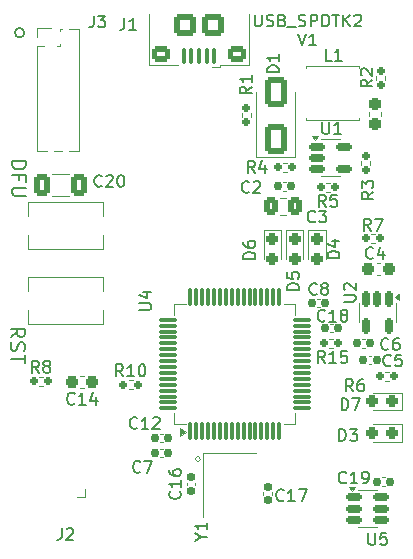
<source format=gbr>
%TF.GenerationSoftware,KiCad,Pcbnew,8.0.3*%
%TF.CreationDate,2024-07-18T10:32:46-07:00*%
%TF.ProjectId,USB_SPDTK2,5553425f-5350-4445-944b-322e6b696361,rev?*%
%TF.SameCoordinates,Original*%
%TF.FileFunction,Legend,Top*%
%TF.FilePolarity,Positive*%
%FSLAX46Y46*%
G04 Gerber Fmt 4.6, Leading zero omitted, Abs format (unit mm)*
G04 Created by KiCad (PCBNEW 8.0.3) date 2024-07-18 10:32:46*
%MOMM*%
%LPD*%
G01*
G04 APERTURE LIST*
G04 Aperture macros list*
%AMRoundRect*
0 Rectangle with rounded corners*
0 $1 Rounding radius*
0 $2 $3 $4 $5 $6 $7 $8 $9 X,Y pos of 4 corners*
0 Add a 4 corners polygon primitive as box body*
4,1,4,$2,$3,$4,$5,$6,$7,$8,$9,$2,$3,0*
0 Add four circle primitives for the rounded corners*
1,1,$1+$1,$2,$3*
1,1,$1+$1,$4,$5*
1,1,$1+$1,$6,$7*
1,1,$1+$1,$8,$9*
0 Add four rect primitives between the rounded corners*
20,1,$1+$1,$2,$3,$4,$5,0*
20,1,$1+$1,$4,$5,$6,$7,0*
20,1,$1+$1,$6,$7,$8,$9,0*
20,1,$1+$1,$8,$9,$2,$3,0*%
G04 Aperture macros list end*
%ADD10C,0.200000*%
%ADD11C,0.120000*%
%ADD12C,0.150000*%
%ADD13RoundRect,0.155000X0.155000X-0.212500X0.155000X0.212500X-0.155000X0.212500X-0.155000X-0.212500X0*%
%ADD14RoundRect,0.155000X-0.212500X-0.155000X0.212500X-0.155000X0.212500X0.155000X-0.212500X0.155000X0*%
%ADD15RoundRect,0.075000X0.075000X-0.700000X0.075000X0.700000X-0.075000X0.700000X-0.075000X-0.700000X0*%
%ADD16RoundRect,0.075000X0.700000X-0.075000X0.700000X0.075000X-0.700000X0.075000X-0.700000X-0.075000X0*%
%ADD17R,1.100000X3.700000*%
%ADD18RoundRect,0.155000X0.212500X0.155000X-0.212500X0.155000X-0.212500X-0.155000X0.212500X-0.155000X0*%
%ADD19RoundRect,0.237500X0.287500X0.237500X-0.287500X0.237500X-0.287500X-0.237500X0.287500X-0.237500X0*%
%ADD20RoundRect,0.160000X0.160000X-0.197500X0.160000X0.197500X-0.160000X0.197500X-0.160000X-0.197500X0*%
%ADD21RoundRect,0.237500X0.300000X0.237500X-0.300000X0.237500X-0.300000X-0.237500X0.300000X-0.237500X0*%
%ADD22R,1.250000X1.000000*%
%ADD23RoundRect,0.160000X0.197500X0.160000X-0.197500X0.160000X-0.197500X-0.160000X0.197500X-0.160000X0*%
%ADD24RoundRect,0.237500X0.237500X-0.300000X0.237500X0.300000X-0.237500X0.300000X-0.237500X-0.300000X0*%
%ADD25RoundRect,0.237500X-0.237500X0.287500X-0.237500X-0.287500X0.237500X-0.287500X0.237500X0.287500X0*%
%ADD26RoundRect,0.150000X-0.512500X-0.150000X0.512500X-0.150000X0.512500X0.150000X-0.512500X0.150000X0*%
%ADD27RoundRect,0.160000X-0.160000X0.197500X-0.160000X-0.197500X0.160000X-0.197500X0.160000X0.197500X0*%
%ADD28R,1.000000X1.000000*%
%ADD29O,1.000000X1.000000*%
%ADD30RoundRect,0.150000X-0.150000X0.512500X-0.150000X-0.512500X0.150000X-0.512500X0.150000X0.512500X0*%
%ADD31RoundRect,0.250000X-0.412500X-0.650000X0.412500X-0.650000X0.412500X0.650000X-0.412500X0.650000X0*%
%ADD32RoundRect,0.250000X0.650000X-1.000000X0.650000X1.000000X-0.650000X1.000000X-0.650000X-1.000000X0*%
%ADD33RoundRect,0.160000X-0.197500X-0.160000X0.197500X-0.160000X0.197500X0.160000X-0.197500X0.160000X0*%
%ADD34C,3.000000*%
%ADD35R,1.800000X2.100000*%
%ADD36C,3.600000*%
%ADD37C,5.600000*%
%ADD38C,2.374900*%
%ADD39C,0.990600*%
%ADD40C,0.787400*%
%ADD41RoundRect,0.155000X-0.155000X0.212500X-0.155000X-0.212500X0.155000X-0.212500X0.155000X0.212500X0*%
%ADD42RoundRect,0.237500X-0.300000X-0.237500X0.300000X-0.237500X0.300000X0.237500X-0.300000X0.237500X0*%
%ADD43RoundRect,0.250000X0.337500X0.475000X-0.337500X0.475000X-0.337500X-0.475000X0.337500X-0.475000X0*%
%ADD44RoundRect,0.100000X0.100000X0.575000X-0.100000X0.575000X-0.100000X-0.575000X0.100000X-0.575000X0*%
%ADD45O,0.900000X1.600000*%
%ADD46RoundRect,0.250000X0.550000X0.450000X-0.550000X0.450000X-0.550000X-0.450000X0.550000X-0.450000X0*%
%ADD47RoundRect,0.250000X0.700000X0.700000X-0.700000X0.700000X-0.700000X-0.700000X0.700000X-0.700000X0*%
G04 APERTURE END LIST*
D10*
X109200000Y-65800000D02*
G75*
G02*
X108400000Y-65800000I-400000J0D01*
G01*
X108400000Y-65800000D02*
G75*
G02*
X109200000Y-65800000I400000J0D01*
G01*
D11*
X124100000Y-101900000D02*
G75*
G02*
X123700000Y-101900000I-200000J0D01*
G01*
X123700000Y-101900000D02*
G75*
G02*
X124100000Y-101900000I200000J0D01*
G01*
D12*
X128723809Y-64259875D02*
X128723809Y-65069398D01*
X128723809Y-65069398D02*
X128771428Y-65164636D01*
X128771428Y-65164636D02*
X128819047Y-65212256D01*
X128819047Y-65212256D02*
X128914285Y-65259875D01*
X128914285Y-65259875D02*
X129104761Y-65259875D01*
X129104761Y-65259875D02*
X129199999Y-65212256D01*
X129199999Y-65212256D02*
X129247618Y-65164636D01*
X129247618Y-65164636D02*
X129295237Y-65069398D01*
X129295237Y-65069398D02*
X129295237Y-64259875D01*
X129723809Y-65212256D02*
X129866666Y-65259875D01*
X129866666Y-65259875D02*
X130104761Y-65259875D01*
X130104761Y-65259875D02*
X130199999Y-65212256D01*
X130199999Y-65212256D02*
X130247618Y-65164636D01*
X130247618Y-65164636D02*
X130295237Y-65069398D01*
X130295237Y-65069398D02*
X130295237Y-64974160D01*
X130295237Y-64974160D02*
X130247618Y-64878922D01*
X130247618Y-64878922D02*
X130199999Y-64831303D01*
X130199999Y-64831303D02*
X130104761Y-64783684D01*
X130104761Y-64783684D02*
X129914285Y-64736065D01*
X129914285Y-64736065D02*
X129819047Y-64688446D01*
X129819047Y-64688446D02*
X129771428Y-64640827D01*
X129771428Y-64640827D02*
X129723809Y-64545589D01*
X129723809Y-64545589D02*
X129723809Y-64450351D01*
X129723809Y-64450351D02*
X129771428Y-64355113D01*
X129771428Y-64355113D02*
X129819047Y-64307494D01*
X129819047Y-64307494D02*
X129914285Y-64259875D01*
X129914285Y-64259875D02*
X130152380Y-64259875D01*
X130152380Y-64259875D02*
X130295237Y-64307494D01*
X131057142Y-64736065D02*
X131199999Y-64783684D01*
X131199999Y-64783684D02*
X131247618Y-64831303D01*
X131247618Y-64831303D02*
X131295237Y-64926541D01*
X131295237Y-64926541D02*
X131295237Y-65069398D01*
X131295237Y-65069398D02*
X131247618Y-65164636D01*
X131247618Y-65164636D02*
X131199999Y-65212256D01*
X131199999Y-65212256D02*
X131104761Y-65259875D01*
X131104761Y-65259875D02*
X130723809Y-65259875D01*
X130723809Y-65259875D02*
X130723809Y-64259875D01*
X130723809Y-64259875D02*
X131057142Y-64259875D01*
X131057142Y-64259875D02*
X131152380Y-64307494D01*
X131152380Y-64307494D02*
X131199999Y-64355113D01*
X131199999Y-64355113D02*
X131247618Y-64450351D01*
X131247618Y-64450351D02*
X131247618Y-64545589D01*
X131247618Y-64545589D02*
X131199999Y-64640827D01*
X131199999Y-64640827D02*
X131152380Y-64688446D01*
X131152380Y-64688446D02*
X131057142Y-64736065D01*
X131057142Y-64736065D02*
X130723809Y-64736065D01*
X131485714Y-65355113D02*
X132247618Y-65355113D01*
X132438095Y-65212256D02*
X132580952Y-65259875D01*
X132580952Y-65259875D02*
X132819047Y-65259875D01*
X132819047Y-65259875D02*
X132914285Y-65212256D01*
X132914285Y-65212256D02*
X132961904Y-65164636D01*
X132961904Y-65164636D02*
X133009523Y-65069398D01*
X133009523Y-65069398D02*
X133009523Y-64974160D01*
X133009523Y-64974160D02*
X132961904Y-64878922D01*
X132961904Y-64878922D02*
X132914285Y-64831303D01*
X132914285Y-64831303D02*
X132819047Y-64783684D01*
X132819047Y-64783684D02*
X132628571Y-64736065D01*
X132628571Y-64736065D02*
X132533333Y-64688446D01*
X132533333Y-64688446D02*
X132485714Y-64640827D01*
X132485714Y-64640827D02*
X132438095Y-64545589D01*
X132438095Y-64545589D02*
X132438095Y-64450351D01*
X132438095Y-64450351D02*
X132485714Y-64355113D01*
X132485714Y-64355113D02*
X132533333Y-64307494D01*
X132533333Y-64307494D02*
X132628571Y-64259875D01*
X132628571Y-64259875D02*
X132866666Y-64259875D01*
X132866666Y-64259875D02*
X133009523Y-64307494D01*
X133438095Y-65259875D02*
X133438095Y-64259875D01*
X133438095Y-64259875D02*
X133819047Y-64259875D01*
X133819047Y-64259875D02*
X133914285Y-64307494D01*
X133914285Y-64307494D02*
X133961904Y-64355113D01*
X133961904Y-64355113D02*
X134009523Y-64450351D01*
X134009523Y-64450351D02*
X134009523Y-64593208D01*
X134009523Y-64593208D02*
X133961904Y-64688446D01*
X133961904Y-64688446D02*
X133914285Y-64736065D01*
X133914285Y-64736065D02*
X133819047Y-64783684D01*
X133819047Y-64783684D02*
X133438095Y-64783684D01*
X134438095Y-65259875D02*
X134438095Y-64259875D01*
X134438095Y-64259875D02*
X134676190Y-64259875D01*
X134676190Y-64259875D02*
X134819047Y-64307494D01*
X134819047Y-64307494D02*
X134914285Y-64402732D01*
X134914285Y-64402732D02*
X134961904Y-64497970D01*
X134961904Y-64497970D02*
X135009523Y-64688446D01*
X135009523Y-64688446D02*
X135009523Y-64831303D01*
X135009523Y-64831303D02*
X134961904Y-65021779D01*
X134961904Y-65021779D02*
X134914285Y-65117017D01*
X134914285Y-65117017D02*
X134819047Y-65212256D01*
X134819047Y-65212256D02*
X134676190Y-65259875D01*
X134676190Y-65259875D02*
X134438095Y-65259875D01*
X135295238Y-64259875D02*
X135866666Y-64259875D01*
X135580952Y-65259875D02*
X135580952Y-64259875D01*
X136200000Y-65259875D02*
X136200000Y-64259875D01*
X136771428Y-65259875D02*
X136342857Y-64688446D01*
X136771428Y-64259875D02*
X136200000Y-64831303D01*
X137152381Y-64355113D02*
X137200000Y-64307494D01*
X137200000Y-64307494D02*
X137295238Y-64259875D01*
X137295238Y-64259875D02*
X137533333Y-64259875D01*
X137533333Y-64259875D02*
X137628571Y-64307494D01*
X137628571Y-64307494D02*
X137676190Y-64355113D01*
X137676190Y-64355113D02*
X137723809Y-64450351D01*
X137723809Y-64450351D02*
X137723809Y-64545589D01*
X137723809Y-64545589D02*
X137676190Y-64688446D01*
X137676190Y-64688446D02*
X137104762Y-65259875D01*
X137104762Y-65259875D02*
X137723809Y-65259875D01*
X132390476Y-65869819D02*
X132723809Y-66869819D01*
X132723809Y-66869819D02*
X133057142Y-65869819D01*
X133914285Y-66869819D02*
X133342857Y-66869819D01*
X133628571Y-66869819D02*
X133628571Y-65869819D01*
X133628571Y-65869819D02*
X133533333Y-66012676D01*
X133533333Y-66012676D02*
X133438095Y-66107914D01*
X133438095Y-66107914D02*
X133342857Y-66155533D01*
X108154657Y-76684398D02*
X109354657Y-76684398D01*
X109354657Y-76684398D02*
X109354657Y-76970112D01*
X109354657Y-76970112D02*
X109297514Y-77141541D01*
X109297514Y-77141541D02*
X109183228Y-77255826D01*
X109183228Y-77255826D02*
X109068942Y-77312969D01*
X109068942Y-77312969D02*
X108840371Y-77370112D01*
X108840371Y-77370112D02*
X108668942Y-77370112D01*
X108668942Y-77370112D02*
X108440371Y-77312969D01*
X108440371Y-77312969D02*
X108326085Y-77255826D01*
X108326085Y-77255826D02*
X108211800Y-77141541D01*
X108211800Y-77141541D02*
X108154657Y-76970112D01*
X108154657Y-76970112D02*
X108154657Y-76684398D01*
X108783228Y-78284398D02*
X108783228Y-77884398D01*
X108154657Y-77884398D02*
X109354657Y-77884398D01*
X109354657Y-77884398D02*
X109354657Y-78455826D01*
X109354657Y-78912969D02*
X108383228Y-78912969D01*
X108383228Y-78912969D02*
X108268942Y-78970112D01*
X108268942Y-78970112D02*
X108211800Y-79027255D01*
X108211800Y-79027255D02*
X108154657Y-79141540D01*
X108154657Y-79141540D02*
X108154657Y-79370112D01*
X108154657Y-79370112D02*
X108211800Y-79484397D01*
X108211800Y-79484397D02*
X108268942Y-79541540D01*
X108268942Y-79541540D02*
X108383228Y-79598683D01*
X108383228Y-79598683D02*
X109354657Y-79598683D01*
X108054657Y-91570112D02*
X108626085Y-91170112D01*
X108054657Y-90884398D02*
X109254657Y-90884398D01*
X109254657Y-90884398D02*
X109254657Y-91341541D01*
X109254657Y-91341541D02*
X109197514Y-91455826D01*
X109197514Y-91455826D02*
X109140371Y-91512969D01*
X109140371Y-91512969D02*
X109026085Y-91570112D01*
X109026085Y-91570112D02*
X108854657Y-91570112D01*
X108854657Y-91570112D02*
X108740371Y-91512969D01*
X108740371Y-91512969D02*
X108683228Y-91455826D01*
X108683228Y-91455826D02*
X108626085Y-91341541D01*
X108626085Y-91341541D02*
X108626085Y-90884398D01*
X108111800Y-92027255D02*
X108054657Y-92198684D01*
X108054657Y-92198684D02*
X108054657Y-92484398D01*
X108054657Y-92484398D02*
X108111800Y-92598684D01*
X108111800Y-92598684D02*
X108168942Y-92655826D01*
X108168942Y-92655826D02*
X108283228Y-92712969D01*
X108283228Y-92712969D02*
X108397514Y-92712969D01*
X108397514Y-92712969D02*
X108511800Y-92655826D01*
X108511800Y-92655826D02*
X108568942Y-92598684D01*
X108568942Y-92598684D02*
X108626085Y-92484398D01*
X108626085Y-92484398D02*
X108683228Y-92255826D01*
X108683228Y-92255826D02*
X108740371Y-92141541D01*
X108740371Y-92141541D02*
X108797514Y-92084398D01*
X108797514Y-92084398D02*
X108911800Y-92027255D01*
X108911800Y-92027255D02*
X109026085Y-92027255D01*
X109026085Y-92027255D02*
X109140371Y-92084398D01*
X109140371Y-92084398D02*
X109197514Y-92141541D01*
X109197514Y-92141541D02*
X109254657Y-92255826D01*
X109254657Y-92255826D02*
X109254657Y-92541541D01*
X109254657Y-92541541D02*
X109197514Y-92712969D01*
X109254657Y-93055826D02*
X109254657Y-93741541D01*
X108054657Y-93398683D02*
X109254657Y-93398683D01*
X131157142Y-105359580D02*
X131109523Y-105407200D01*
X131109523Y-105407200D02*
X130966666Y-105454819D01*
X130966666Y-105454819D02*
X130871428Y-105454819D01*
X130871428Y-105454819D02*
X130728571Y-105407200D01*
X130728571Y-105407200D02*
X130633333Y-105311961D01*
X130633333Y-105311961D02*
X130585714Y-105216723D01*
X130585714Y-105216723D02*
X130538095Y-105026247D01*
X130538095Y-105026247D02*
X130538095Y-104883390D01*
X130538095Y-104883390D02*
X130585714Y-104692914D01*
X130585714Y-104692914D02*
X130633333Y-104597676D01*
X130633333Y-104597676D02*
X130728571Y-104502438D01*
X130728571Y-104502438D02*
X130871428Y-104454819D01*
X130871428Y-104454819D02*
X130966666Y-104454819D01*
X130966666Y-104454819D02*
X131109523Y-104502438D01*
X131109523Y-104502438D02*
X131157142Y-104550057D01*
X132109523Y-105454819D02*
X131538095Y-105454819D01*
X131823809Y-105454819D02*
X131823809Y-104454819D01*
X131823809Y-104454819D02*
X131728571Y-104597676D01*
X131728571Y-104597676D02*
X131633333Y-104692914D01*
X131633333Y-104692914D02*
X131538095Y-104740533D01*
X132442857Y-104454819D02*
X133109523Y-104454819D01*
X133109523Y-104454819D02*
X132680952Y-105454819D01*
X133965833Y-87899580D02*
X133918214Y-87947200D01*
X133918214Y-87947200D02*
X133775357Y-87994819D01*
X133775357Y-87994819D02*
X133680119Y-87994819D01*
X133680119Y-87994819D02*
X133537262Y-87947200D01*
X133537262Y-87947200D02*
X133442024Y-87851961D01*
X133442024Y-87851961D02*
X133394405Y-87756723D01*
X133394405Y-87756723D02*
X133346786Y-87566247D01*
X133346786Y-87566247D02*
X133346786Y-87423390D01*
X133346786Y-87423390D02*
X133394405Y-87232914D01*
X133394405Y-87232914D02*
X133442024Y-87137676D01*
X133442024Y-87137676D02*
X133537262Y-87042438D01*
X133537262Y-87042438D02*
X133680119Y-86994819D01*
X133680119Y-86994819D02*
X133775357Y-86994819D01*
X133775357Y-86994819D02*
X133918214Y-87042438D01*
X133918214Y-87042438D02*
X133965833Y-87090057D01*
X134537262Y-87423390D02*
X134442024Y-87375771D01*
X134442024Y-87375771D02*
X134394405Y-87328152D01*
X134394405Y-87328152D02*
X134346786Y-87232914D01*
X134346786Y-87232914D02*
X134346786Y-87185295D01*
X134346786Y-87185295D02*
X134394405Y-87090057D01*
X134394405Y-87090057D02*
X134442024Y-87042438D01*
X134442024Y-87042438D02*
X134537262Y-86994819D01*
X134537262Y-86994819D02*
X134727738Y-86994819D01*
X134727738Y-86994819D02*
X134822976Y-87042438D01*
X134822976Y-87042438D02*
X134870595Y-87090057D01*
X134870595Y-87090057D02*
X134918214Y-87185295D01*
X134918214Y-87185295D02*
X134918214Y-87232914D01*
X134918214Y-87232914D02*
X134870595Y-87328152D01*
X134870595Y-87328152D02*
X134822976Y-87375771D01*
X134822976Y-87375771D02*
X134727738Y-87423390D01*
X134727738Y-87423390D02*
X134537262Y-87423390D01*
X134537262Y-87423390D02*
X134442024Y-87471009D01*
X134442024Y-87471009D02*
X134394405Y-87518628D01*
X134394405Y-87518628D02*
X134346786Y-87613866D01*
X134346786Y-87613866D02*
X134346786Y-87804342D01*
X134346786Y-87804342D02*
X134394405Y-87899580D01*
X134394405Y-87899580D02*
X134442024Y-87947200D01*
X134442024Y-87947200D02*
X134537262Y-87994819D01*
X134537262Y-87994819D02*
X134727738Y-87994819D01*
X134727738Y-87994819D02*
X134822976Y-87947200D01*
X134822976Y-87947200D02*
X134870595Y-87899580D01*
X134870595Y-87899580D02*
X134918214Y-87804342D01*
X134918214Y-87804342D02*
X134918214Y-87613866D01*
X134918214Y-87613866D02*
X134870595Y-87518628D01*
X134870595Y-87518628D02*
X134822976Y-87471009D01*
X134822976Y-87471009D02*
X134727738Y-87423390D01*
X118954819Y-89261904D02*
X119764342Y-89261904D01*
X119764342Y-89261904D02*
X119859580Y-89214285D01*
X119859580Y-89214285D02*
X119907200Y-89166666D01*
X119907200Y-89166666D02*
X119954819Y-89071428D01*
X119954819Y-89071428D02*
X119954819Y-88880952D01*
X119954819Y-88880952D02*
X119907200Y-88785714D01*
X119907200Y-88785714D02*
X119859580Y-88738095D01*
X119859580Y-88738095D02*
X119764342Y-88690476D01*
X119764342Y-88690476D02*
X118954819Y-88690476D01*
X119288152Y-87785714D02*
X119954819Y-87785714D01*
X118907200Y-88023809D02*
X119621485Y-88261904D01*
X119621485Y-88261904D02*
X119621485Y-87642857D01*
X140233333Y-93959580D02*
X140185714Y-94007200D01*
X140185714Y-94007200D02*
X140042857Y-94054819D01*
X140042857Y-94054819D02*
X139947619Y-94054819D01*
X139947619Y-94054819D02*
X139804762Y-94007200D01*
X139804762Y-94007200D02*
X139709524Y-93911961D01*
X139709524Y-93911961D02*
X139661905Y-93816723D01*
X139661905Y-93816723D02*
X139614286Y-93626247D01*
X139614286Y-93626247D02*
X139614286Y-93483390D01*
X139614286Y-93483390D02*
X139661905Y-93292914D01*
X139661905Y-93292914D02*
X139709524Y-93197676D01*
X139709524Y-93197676D02*
X139804762Y-93102438D01*
X139804762Y-93102438D02*
X139947619Y-93054819D01*
X139947619Y-93054819D02*
X140042857Y-93054819D01*
X140042857Y-93054819D02*
X140185714Y-93102438D01*
X140185714Y-93102438D02*
X140233333Y-93150057D01*
X141138095Y-93054819D02*
X140661905Y-93054819D01*
X140661905Y-93054819D02*
X140614286Y-93531009D01*
X140614286Y-93531009D02*
X140661905Y-93483390D01*
X140661905Y-93483390D02*
X140757143Y-93435771D01*
X140757143Y-93435771D02*
X140995238Y-93435771D01*
X140995238Y-93435771D02*
X141090476Y-93483390D01*
X141090476Y-93483390D02*
X141138095Y-93531009D01*
X141138095Y-93531009D02*
X141185714Y-93626247D01*
X141185714Y-93626247D02*
X141185714Y-93864342D01*
X141185714Y-93864342D02*
X141138095Y-93959580D01*
X141138095Y-93959580D02*
X141090476Y-94007200D01*
X141090476Y-94007200D02*
X140995238Y-94054819D01*
X140995238Y-94054819D02*
X140757143Y-94054819D01*
X140757143Y-94054819D02*
X140661905Y-94007200D01*
X140661905Y-94007200D02*
X140614286Y-93959580D01*
X135233333Y-68154819D02*
X134757143Y-68154819D01*
X134757143Y-68154819D02*
X134757143Y-67154819D01*
X136090476Y-68154819D02*
X135519048Y-68154819D01*
X135804762Y-68154819D02*
X135804762Y-67154819D01*
X135804762Y-67154819D02*
X135709524Y-67297676D01*
X135709524Y-67297676D02*
X135614286Y-67392914D01*
X135614286Y-67392914D02*
X135519048Y-67440533D01*
X119033333Y-102959580D02*
X118985714Y-103007200D01*
X118985714Y-103007200D02*
X118842857Y-103054819D01*
X118842857Y-103054819D02*
X118747619Y-103054819D01*
X118747619Y-103054819D02*
X118604762Y-103007200D01*
X118604762Y-103007200D02*
X118509524Y-102911961D01*
X118509524Y-102911961D02*
X118461905Y-102816723D01*
X118461905Y-102816723D02*
X118414286Y-102626247D01*
X118414286Y-102626247D02*
X118414286Y-102483390D01*
X118414286Y-102483390D02*
X118461905Y-102292914D01*
X118461905Y-102292914D02*
X118509524Y-102197676D01*
X118509524Y-102197676D02*
X118604762Y-102102438D01*
X118604762Y-102102438D02*
X118747619Y-102054819D01*
X118747619Y-102054819D02*
X118842857Y-102054819D01*
X118842857Y-102054819D02*
X118985714Y-102102438D01*
X118985714Y-102102438D02*
X119033333Y-102150057D01*
X119366667Y-102054819D02*
X120033333Y-102054819D01*
X120033333Y-102054819D02*
X119604762Y-103054819D01*
X135861905Y-100354819D02*
X135861905Y-99354819D01*
X135861905Y-99354819D02*
X136100000Y-99354819D01*
X136100000Y-99354819D02*
X136242857Y-99402438D01*
X136242857Y-99402438D02*
X136338095Y-99497676D01*
X136338095Y-99497676D02*
X136385714Y-99592914D01*
X136385714Y-99592914D02*
X136433333Y-99783390D01*
X136433333Y-99783390D02*
X136433333Y-99926247D01*
X136433333Y-99926247D02*
X136385714Y-100116723D01*
X136385714Y-100116723D02*
X136338095Y-100211961D01*
X136338095Y-100211961D02*
X136242857Y-100307200D01*
X136242857Y-100307200D02*
X136100000Y-100354819D01*
X136100000Y-100354819D02*
X135861905Y-100354819D01*
X136766667Y-99354819D02*
X137385714Y-99354819D01*
X137385714Y-99354819D02*
X137052381Y-99735771D01*
X137052381Y-99735771D02*
X137195238Y-99735771D01*
X137195238Y-99735771D02*
X137290476Y-99783390D01*
X137290476Y-99783390D02*
X137338095Y-99831009D01*
X137338095Y-99831009D02*
X137385714Y-99926247D01*
X137385714Y-99926247D02*
X137385714Y-100164342D01*
X137385714Y-100164342D02*
X137338095Y-100259580D01*
X137338095Y-100259580D02*
X137290476Y-100307200D01*
X137290476Y-100307200D02*
X137195238Y-100354819D01*
X137195238Y-100354819D02*
X136909524Y-100354819D01*
X136909524Y-100354819D02*
X136814286Y-100307200D01*
X136814286Y-100307200D02*
X136766667Y-100259580D01*
X138754819Y-79266666D02*
X138278628Y-79599999D01*
X138754819Y-79838094D02*
X137754819Y-79838094D01*
X137754819Y-79838094D02*
X137754819Y-79457142D01*
X137754819Y-79457142D02*
X137802438Y-79361904D01*
X137802438Y-79361904D02*
X137850057Y-79314285D01*
X137850057Y-79314285D02*
X137945295Y-79266666D01*
X137945295Y-79266666D02*
X138088152Y-79266666D01*
X138088152Y-79266666D02*
X138183390Y-79314285D01*
X138183390Y-79314285D02*
X138231009Y-79361904D01*
X138231009Y-79361904D02*
X138278628Y-79457142D01*
X138278628Y-79457142D02*
X138278628Y-79838094D01*
X137754819Y-78933332D02*
X137754819Y-78314285D01*
X137754819Y-78314285D02*
X138135771Y-78647618D01*
X138135771Y-78647618D02*
X138135771Y-78504761D01*
X138135771Y-78504761D02*
X138183390Y-78409523D01*
X138183390Y-78409523D02*
X138231009Y-78361904D01*
X138231009Y-78361904D02*
X138326247Y-78314285D01*
X138326247Y-78314285D02*
X138564342Y-78314285D01*
X138564342Y-78314285D02*
X138659580Y-78361904D01*
X138659580Y-78361904D02*
X138707200Y-78409523D01*
X138707200Y-78409523D02*
X138754819Y-78504761D01*
X138754819Y-78504761D02*
X138754819Y-78790475D01*
X138754819Y-78790475D02*
X138707200Y-78885713D01*
X138707200Y-78885713D02*
X138659580Y-78933332D01*
X113457142Y-97189580D02*
X113409523Y-97237200D01*
X113409523Y-97237200D02*
X113266666Y-97284819D01*
X113266666Y-97284819D02*
X113171428Y-97284819D01*
X113171428Y-97284819D02*
X113028571Y-97237200D01*
X113028571Y-97237200D02*
X112933333Y-97141961D01*
X112933333Y-97141961D02*
X112885714Y-97046723D01*
X112885714Y-97046723D02*
X112838095Y-96856247D01*
X112838095Y-96856247D02*
X112838095Y-96713390D01*
X112838095Y-96713390D02*
X112885714Y-96522914D01*
X112885714Y-96522914D02*
X112933333Y-96427676D01*
X112933333Y-96427676D02*
X113028571Y-96332438D01*
X113028571Y-96332438D02*
X113171428Y-96284819D01*
X113171428Y-96284819D02*
X113266666Y-96284819D01*
X113266666Y-96284819D02*
X113409523Y-96332438D01*
X113409523Y-96332438D02*
X113457142Y-96380057D01*
X114409523Y-97284819D02*
X113838095Y-97284819D01*
X114123809Y-97284819D02*
X114123809Y-96284819D01*
X114123809Y-96284819D02*
X114028571Y-96427676D01*
X114028571Y-96427676D02*
X113933333Y-96522914D01*
X113933333Y-96522914D02*
X113838095Y-96570533D01*
X115266666Y-96618152D02*
X115266666Y-97284819D01*
X115028571Y-96237200D02*
X114790476Y-96951485D01*
X114790476Y-96951485D02*
X115409523Y-96951485D01*
X138684819Y-69766666D02*
X138208628Y-70099999D01*
X138684819Y-70338094D02*
X137684819Y-70338094D01*
X137684819Y-70338094D02*
X137684819Y-69957142D01*
X137684819Y-69957142D02*
X137732438Y-69861904D01*
X137732438Y-69861904D02*
X137780057Y-69814285D01*
X137780057Y-69814285D02*
X137875295Y-69766666D01*
X137875295Y-69766666D02*
X138018152Y-69766666D01*
X138018152Y-69766666D02*
X138113390Y-69814285D01*
X138113390Y-69814285D02*
X138161009Y-69861904D01*
X138161009Y-69861904D02*
X138208628Y-69957142D01*
X138208628Y-69957142D02*
X138208628Y-70338094D01*
X137780057Y-69385713D02*
X137732438Y-69338094D01*
X137732438Y-69338094D02*
X137684819Y-69242856D01*
X137684819Y-69242856D02*
X137684819Y-69004761D01*
X137684819Y-69004761D02*
X137732438Y-68909523D01*
X137732438Y-68909523D02*
X137780057Y-68861904D01*
X137780057Y-68861904D02*
X137875295Y-68814285D01*
X137875295Y-68814285D02*
X137970533Y-68814285D01*
X137970533Y-68814285D02*
X138113390Y-68861904D01*
X138113390Y-68861904D02*
X138684819Y-69433332D01*
X138684819Y-69433332D02*
X138684819Y-68814285D01*
X134733333Y-80524819D02*
X134400000Y-80048628D01*
X134161905Y-80524819D02*
X134161905Y-79524819D01*
X134161905Y-79524819D02*
X134542857Y-79524819D01*
X134542857Y-79524819D02*
X134638095Y-79572438D01*
X134638095Y-79572438D02*
X134685714Y-79620057D01*
X134685714Y-79620057D02*
X134733333Y-79715295D01*
X134733333Y-79715295D02*
X134733333Y-79858152D01*
X134733333Y-79858152D02*
X134685714Y-79953390D01*
X134685714Y-79953390D02*
X134638095Y-80001009D01*
X134638095Y-80001009D02*
X134542857Y-80048628D01*
X134542857Y-80048628D02*
X134161905Y-80048628D01*
X135638095Y-79524819D02*
X135161905Y-79524819D01*
X135161905Y-79524819D02*
X135114286Y-80001009D01*
X135114286Y-80001009D02*
X135161905Y-79953390D01*
X135161905Y-79953390D02*
X135257143Y-79905771D01*
X135257143Y-79905771D02*
X135495238Y-79905771D01*
X135495238Y-79905771D02*
X135590476Y-79953390D01*
X135590476Y-79953390D02*
X135638095Y-80001009D01*
X135638095Y-80001009D02*
X135685714Y-80096247D01*
X135685714Y-80096247D02*
X135685714Y-80334342D01*
X135685714Y-80334342D02*
X135638095Y-80429580D01*
X135638095Y-80429580D02*
X135590476Y-80477200D01*
X135590476Y-80477200D02*
X135495238Y-80524819D01*
X135495238Y-80524819D02*
X135257143Y-80524819D01*
X135257143Y-80524819D02*
X135161905Y-80477200D01*
X135161905Y-80477200D02*
X135114286Y-80429580D01*
X128754819Y-84938094D02*
X127754819Y-84938094D01*
X127754819Y-84938094D02*
X127754819Y-84699999D01*
X127754819Y-84699999D02*
X127802438Y-84557142D01*
X127802438Y-84557142D02*
X127897676Y-84461904D01*
X127897676Y-84461904D02*
X127992914Y-84414285D01*
X127992914Y-84414285D02*
X128183390Y-84366666D01*
X128183390Y-84366666D02*
X128326247Y-84366666D01*
X128326247Y-84366666D02*
X128516723Y-84414285D01*
X128516723Y-84414285D02*
X128611961Y-84461904D01*
X128611961Y-84461904D02*
X128707200Y-84557142D01*
X128707200Y-84557142D02*
X128754819Y-84699999D01*
X128754819Y-84699999D02*
X128754819Y-84938094D01*
X127754819Y-83509523D02*
X127754819Y-83699999D01*
X127754819Y-83699999D02*
X127802438Y-83795237D01*
X127802438Y-83795237D02*
X127850057Y-83842856D01*
X127850057Y-83842856D02*
X127992914Y-83938094D01*
X127992914Y-83938094D02*
X128183390Y-83985713D01*
X128183390Y-83985713D02*
X128564342Y-83985713D01*
X128564342Y-83985713D02*
X128659580Y-83938094D01*
X128659580Y-83938094D02*
X128707200Y-83890475D01*
X128707200Y-83890475D02*
X128754819Y-83795237D01*
X128754819Y-83795237D02*
X128754819Y-83604761D01*
X128754819Y-83604761D02*
X128707200Y-83509523D01*
X128707200Y-83509523D02*
X128659580Y-83461904D01*
X128659580Y-83461904D02*
X128564342Y-83414285D01*
X128564342Y-83414285D02*
X128326247Y-83414285D01*
X128326247Y-83414285D02*
X128231009Y-83461904D01*
X128231009Y-83461904D02*
X128183390Y-83509523D01*
X128183390Y-83509523D02*
X128135771Y-83604761D01*
X128135771Y-83604761D02*
X128135771Y-83795237D01*
X128135771Y-83795237D02*
X128183390Y-83890475D01*
X128183390Y-83890475D02*
X128231009Y-83938094D01*
X128231009Y-83938094D02*
X128326247Y-83985713D01*
X134438095Y-73354819D02*
X134438095Y-74164342D01*
X134438095Y-74164342D02*
X134485714Y-74259580D01*
X134485714Y-74259580D02*
X134533333Y-74307200D01*
X134533333Y-74307200D02*
X134628571Y-74354819D01*
X134628571Y-74354819D02*
X134819047Y-74354819D01*
X134819047Y-74354819D02*
X134914285Y-74307200D01*
X134914285Y-74307200D02*
X134961904Y-74259580D01*
X134961904Y-74259580D02*
X135009523Y-74164342D01*
X135009523Y-74164342D02*
X135009523Y-73354819D01*
X136009523Y-74354819D02*
X135438095Y-74354819D01*
X135723809Y-74354819D02*
X135723809Y-73354819D01*
X135723809Y-73354819D02*
X135628571Y-73497676D01*
X135628571Y-73497676D02*
X135533333Y-73592914D01*
X135533333Y-73592914D02*
X135438095Y-73640533D01*
X136457142Y-103859580D02*
X136409523Y-103907200D01*
X136409523Y-103907200D02*
X136266666Y-103954819D01*
X136266666Y-103954819D02*
X136171428Y-103954819D01*
X136171428Y-103954819D02*
X136028571Y-103907200D01*
X136028571Y-103907200D02*
X135933333Y-103811961D01*
X135933333Y-103811961D02*
X135885714Y-103716723D01*
X135885714Y-103716723D02*
X135838095Y-103526247D01*
X135838095Y-103526247D02*
X135838095Y-103383390D01*
X135838095Y-103383390D02*
X135885714Y-103192914D01*
X135885714Y-103192914D02*
X135933333Y-103097676D01*
X135933333Y-103097676D02*
X136028571Y-103002438D01*
X136028571Y-103002438D02*
X136171428Y-102954819D01*
X136171428Y-102954819D02*
X136266666Y-102954819D01*
X136266666Y-102954819D02*
X136409523Y-103002438D01*
X136409523Y-103002438D02*
X136457142Y-103050057D01*
X137409523Y-103954819D02*
X136838095Y-103954819D01*
X137123809Y-103954819D02*
X137123809Y-102954819D01*
X137123809Y-102954819D02*
X137028571Y-103097676D01*
X137028571Y-103097676D02*
X136933333Y-103192914D01*
X136933333Y-103192914D02*
X136838095Y-103240533D01*
X137885714Y-103954819D02*
X138076190Y-103954819D01*
X138076190Y-103954819D02*
X138171428Y-103907200D01*
X138171428Y-103907200D02*
X138219047Y-103859580D01*
X138219047Y-103859580D02*
X138314285Y-103716723D01*
X138314285Y-103716723D02*
X138361904Y-103526247D01*
X138361904Y-103526247D02*
X138361904Y-103145295D01*
X138361904Y-103145295D02*
X138314285Y-103050057D01*
X138314285Y-103050057D02*
X138266666Y-103002438D01*
X138266666Y-103002438D02*
X138171428Y-102954819D01*
X138171428Y-102954819D02*
X137980952Y-102954819D01*
X137980952Y-102954819D02*
X137885714Y-103002438D01*
X137885714Y-103002438D02*
X137838095Y-103050057D01*
X137838095Y-103050057D02*
X137790476Y-103145295D01*
X137790476Y-103145295D02*
X137790476Y-103383390D01*
X137790476Y-103383390D02*
X137838095Y-103478628D01*
X137838095Y-103478628D02*
X137885714Y-103526247D01*
X137885714Y-103526247D02*
X137980952Y-103573866D01*
X137980952Y-103573866D02*
X138171428Y-103573866D01*
X138171428Y-103573866D02*
X138266666Y-103526247D01*
X138266666Y-103526247D02*
X138314285Y-103478628D01*
X138314285Y-103478628D02*
X138361904Y-103383390D01*
X128454819Y-70369166D02*
X127978628Y-70702499D01*
X128454819Y-70940594D02*
X127454819Y-70940594D01*
X127454819Y-70940594D02*
X127454819Y-70559642D01*
X127454819Y-70559642D02*
X127502438Y-70464404D01*
X127502438Y-70464404D02*
X127550057Y-70416785D01*
X127550057Y-70416785D02*
X127645295Y-70369166D01*
X127645295Y-70369166D02*
X127788152Y-70369166D01*
X127788152Y-70369166D02*
X127883390Y-70416785D01*
X127883390Y-70416785D02*
X127931009Y-70464404D01*
X127931009Y-70464404D02*
X127978628Y-70559642D01*
X127978628Y-70559642D02*
X127978628Y-70940594D01*
X128454819Y-69416785D02*
X128454819Y-69988213D01*
X128454819Y-69702499D02*
X127454819Y-69702499D01*
X127454819Y-69702499D02*
X127597676Y-69797737D01*
X127597676Y-69797737D02*
X127692914Y-69892975D01*
X127692914Y-69892975D02*
X127740533Y-69988213D01*
X135884819Y-84863094D02*
X134884819Y-84863094D01*
X134884819Y-84863094D02*
X134884819Y-84624999D01*
X134884819Y-84624999D02*
X134932438Y-84482142D01*
X134932438Y-84482142D02*
X135027676Y-84386904D01*
X135027676Y-84386904D02*
X135122914Y-84339285D01*
X135122914Y-84339285D02*
X135313390Y-84291666D01*
X135313390Y-84291666D02*
X135456247Y-84291666D01*
X135456247Y-84291666D02*
X135646723Y-84339285D01*
X135646723Y-84339285D02*
X135741961Y-84386904D01*
X135741961Y-84386904D02*
X135837200Y-84482142D01*
X135837200Y-84482142D02*
X135884819Y-84624999D01*
X135884819Y-84624999D02*
X135884819Y-84863094D01*
X135218152Y-83434523D02*
X135884819Y-83434523D01*
X134837200Y-83672618D02*
X135551485Y-83910713D01*
X135551485Y-83910713D02*
X135551485Y-83291666D01*
X115066666Y-64354819D02*
X115066666Y-65069104D01*
X115066666Y-65069104D02*
X115019047Y-65211961D01*
X115019047Y-65211961D02*
X114923809Y-65307200D01*
X114923809Y-65307200D02*
X114780952Y-65354819D01*
X114780952Y-65354819D02*
X114685714Y-65354819D01*
X115447619Y-64354819D02*
X116066666Y-64354819D01*
X116066666Y-64354819D02*
X115733333Y-64735771D01*
X115733333Y-64735771D02*
X115876190Y-64735771D01*
X115876190Y-64735771D02*
X115971428Y-64783390D01*
X115971428Y-64783390D02*
X116019047Y-64831009D01*
X116019047Y-64831009D02*
X116066666Y-64926247D01*
X116066666Y-64926247D02*
X116066666Y-65164342D01*
X116066666Y-65164342D02*
X116019047Y-65259580D01*
X116019047Y-65259580D02*
X115971428Y-65307200D01*
X115971428Y-65307200D02*
X115876190Y-65354819D01*
X115876190Y-65354819D02*
X115590476Y-65354819D01*
X115590476Y-65354819D02*
X115495238Y-65307200D01*
X115495238Y-65307200D02*
X115447619Y-65259580D01*
X136254819Y-88561904D02*
X137064342Y-88561904D01*
X137064342Y-88561904D02*
X137159580Y-88514285D01*
X137159580Y-88514285D02*
X137207200Y-88466666D01*
X137207200Y-88466666D02*
X137254819Y-88371428D01*
X137254819Y-88371428D02*
X137254819Y-88180952D01*
X137254819Y-88180952D02*
X137207200Y-88085714D01*
X137207200Y-88085714D02*
X137159580Y-88038095D01*
X137159580Y-88038095D02*
X137064342Y-87990476D01*
X137064342Y-87990476D02*
X136254819Y-87990476D01*
X136350057Y-87561904D02*
X136302438Y-87514285D01*
X136302438Y-87514285D02*
X136254819Y-87419047D01*
X136254819Y-87419047D02*
X136254819Y-87180952D01*
X136254819Y-87180952D02*
X136302438Y-87085714D01*
X136302438Y-87085714D02*
X136350057Y-87038095D01*
X136350057Y-87038095D02*
X136445295Y-86990476D01*
X136445295Y-86990476D02*
X136540533Y-86990476D01*
X136540533Y-86990476D02*
X136683390Y-87038095D01*
X136683390Y-87038095D02*
X137254819Y-87609523D01*
X137254819Y-87609523D02*
X137254819Y-86990476D01*
X115757142Y-78759580D02*
X115709523Y-78807200D01*
X115709523Y-78807200D02*
X115566666Y-78854819D01*
X115566666Y-78854819D02*
X115471428Y-78854819D01*
X115471428Y-78854819D02*
X115328571Y-78807200D01*
X115328571Y-78807200D02*
X115233333Y-78711961D01*
X115233333Y-78711961D02*
X115185714Y-78616723D01*
X115185714Y-78616723D02*
X115138095Y-78426247D01*
X115138095Y-78426247D02*
X115138095Y-78283390D01*
X115138095Y-78283390D02*
X115185714Y-78092914D01*
X115185714Y-78092914D02*
X115233333Y-77997676D01*
X115233333Y-77997676D02*
X115328571Y-77902438D01*
X115328571Y-77902438D02*
X115471428Y-77854819D01*
X115471428Y-77854819D02*
X115566666Y-77854819D01*
X115566666Y-77854819D02*
X115709523Y-77902438D01*
X115709523Y-77902438D02*
X115757142Y-77950057D01*
X116138095Y-77950057D02*
X116185714Y-77902438D01*
X116185714Y-77902438D02*
X116280952Y-77854819D01*
X116280952Y-77854819D02*
X116519047Y-77854819D01*
X116519047Y-77854819D02*
X116614285Y-77902438D01*
X116614285Y-77902438D02*
X116661904Y-77950057D01*
X116661904Y-77950057D02*
X116709523Y-78045295D01*
X116709523Y-78045295D02*
X116709523Y-78140533D01*
X116709523Y-78140533D02*
X116661904Y-78283390D01*
X116661904Y-78283390D02*
X116090476Y-78854819D01*
X116090476Y-78854819D02*
X116709523Y-78854819D01*
X117328571Y-77854819D02*
X117423809Y-77854819D01*
X117423809Y-77854819D02*
X117519047Y-77902438D01*
X117519047Y-77902438D02*
X117566666Y-77950057D01*
X117566666Y-77950057D02*
X117614285Y-78045295D01*
X117614285Y-78045295D02*
X117661904Y-78235771D01*
X117661904Y-78235771D02*
X117661904Y-78473866D01*
X117661904Y-78473866D02*
X117614285Y-78664342D01*
X117614285Y-78664342D02*
X117566666Y-78759580D01*
X117566666Y-78759580D02*
X117519047Y-78807200D01*
X117519047Y-78807200D02*
X117423809Y-78854819D01*
X117423809Y-78854819D02*
X117328571Y-78854819D01*
X117328571Y-78854819D02*
X117233333Y-78807200D01*
X117233333Y-78807200D02*
X117185714Y-78759580D01*
X117185714Y-78759580D02*
X117138095Y-78664342D01*
X117138095Y-78664342D02*
X117090476Y-78473866D01*
X117090476Y-78473866D02*
X117090476Y-78235771D01*
X117090476Y-78235771D02*
X117138095Y-78045295D01*
X117138095Y-78045295D02*
X117185714Y-77950057D01*
X117185714Y-77950057D02*
X117233333Y-77902438D01*
X117233333Y-77902438D02*
X117328571Y-77854819D01*
X130754819Y-69138094D02*
X129754819Y-69138094D01*
X129754819Y-69138094D02*
X129754819Y-68899999D01*
X129754819Y-68899999D02*
X129802438Y-68757142D01*
X129802438Y-68757142D02*
X129897676Y-68661904D01*
X129897676Y-68661904D02*
X129992914Y-68614285D01*
X129992914Y-68614285D02*
X130183390Y-68566666D01*
X130183390Y-68566666D02*
X130326247Y-68566666D01*
X130326247Y-68566666D02*
X130516723Y-68614285D01*
X130516723Y-68614285D02*
X130611961Y-68661904D01*
X130611961Y-68661904D02*
X130707200Y-68757142D01*
X130707200Y-68757142D02*
X130754819Y-68899999D01*
X130754819Y-68899999D02*
X130754819Y-69138094D01*
X130754819Y-67614285D02*
X130754819Y-68185713D01*
X130754819Y-67899999D02*
X129754819Y-67899999D01*
X129754819Y-67899999D02*
X129897676Y-67995237D01*
X129897676Y-67995237D02*
X129992914Y-68090475D01*
X129992914Y-68090475D02*
X130040533Y-68185713D01*
X117557142Y-94884819D02*
X117223809Y-94408628D01*
X116985714Y-94884819D02*
X116985714Y-93884819D01*
X116985714Y-93884819D02*
X117366666Y-93884819D01*
X117366666Y-93884819D02*
X117461904Y-93932438D01*
X117461904Y-93932438D02*
X117509523Y-93980057D01*
X117509523Y-93980057D02*
X117557142Y-94075295D01*
X117557142Y-94075295D02*
X117557142Y-94218152D01*
X117557142Y-94218152D02*
X117509523Y-94313390D01*
X117509523Y-94313390D02*
X117461904Y-94361009D01*
X117461904Y-94361009D02*
X117366666Y-94408628D01*
X117366666Y-94408628D02*
X116985714Y-94408628D01*
X118509523Y-94884819D02*
X117938095Y-94884819D01*
X118223809Y-94884819D02*
X118223809Y-93884819D01*
X118223809Y-93884819D02*
X118128571Y-94027676D01*
X118128571Y-94027676D02*
X118033333Y-94122914D01*
X118033333Y-94122914D02*
X117938095Y-94170533D01*
X119128571Y-93884819D02*
X119223809Y-93884819D01*
X119223809Y-93884819D02*
X119319047Y-93932438D01*
X119319047Y-93932438D02*
X119366666Y-93980057D01*
X119366666Y-93980057D02*
X119414285Y-94075295D01*
X119414285Y-94075295D02*
X119461904Y-94265771D01*
X119461904Y-94265771D02*
X119461904Y-94503866D01*
X119461904Y-94503866D02*
X119414285Y-94694342D01*
X119414285Y-94694342D02*
X119366666Y-94789580D01*
X119366666Y-94789580D02*
X119319047Y-94837200D01*
X119319047Y-94837200D02*
X119223809Y-94884819D01*
X119223809Y-94884819D02*
X119128571Y-94884819D01*
X119128571Y-94884819D02*
X119033333Y-94837200D01*
X119033333Y-94837200D02*
X118985714Y-94789580D01*
X118985714Y-94789580D02*
X118938095Y-94694342D01*
X118938095Y-94694342D02*
X118890476Y-94503866D01*
X118890476Y-94503866D02*
X118890476Y-94265771D01*
X118890476Y-94265771D02*
X118938095Y-94075295D01*
X118938095Y-94075295D02*
X118985714Y-93980057D01*
X118985714Y-93980057D02*
X119033333Y-93932438D01*
X119033333Y-93932438D02*
X119128571Y-93884819D01*
X118757142Y-99259580D02*
X118709523Y-99307200D01*
X118709523Y-99307200D02*
X118566666Y-99354819D01*
X118566666Y-99354819D02*
X118471428Y-99354819D01*
X118471428Y-99354819D02*
X118328571Y-99307200D01*
X118328571Y-99307200D02*
X118233333Y-99211961D01*
X118233333Y-99211961D02*
X118185714Y-99116723D01*
X118185714Y-99116723D02*
X118138095Y-98926247D01*
X118138095Y-98926247D02*
X118138095Y-98783390D01*
X118138095Y-98783390D02*
X118185714Y-98592914D01*
X118185714Y-98592914D02*
X118233333Y-98497676D01*
X118233333Y-98497676D02*
X118328571Y-98402438D01*
X118328571Y-98402438D02*
X118471428Y-98354819D01*
X118471428Y-98354819D02*
X118566666Y-98354819D01*
X118566666Y-98354819D02*
X118709523Y-98402438D01*
X118709523Y-98402438D02*
X118757142Y-98450057D01*
X119709523Y-99354819D02*
X119138095Y-99354819D01*
X119423809Y-99354819D02*
X119423809Y-98354819D01*
X119423809Y-98354819D02*
X119328571Y-98497676D01*
X119328571Y-98497676D02*
X119233333Y-98592914D01*
X119233333Y-98592914D02*
X119138095Y-98640533D01*
X120090476Y-98450057D02*
X120138095Y-98402438D01*
X120138095Y-98402438D02*
X120233333Y-98354819D01*
X120233333Y-98354819D02*
X120471428Y-98354819D01*
X120471428Y-98354819D02*
X120566666Y-98402438D01*
X120566666Y-98402438D02*
X120614285Y-98450057D01*
X120614285Y-98450057D02*
X120661904Y-98545295D01*
X120661904Y-98545295D02*
X120661904Y-98640533D01*
X120661904Y-98640533D02*
X120614285Y-98783390D01*
X120614285Y-98783390D02*
X120042857Y-99354819D01*
X120042857Y-99354819D02*
X120661904Y-99354819D01*
X128733333Y-77654819D02*
X128400000Y-77178628D01*
X128161905Y-77654819D02*
X128161905Y-76654819D01*
X128161905Y-76654819D02*
X128542857Y-76654819D01*
X128542857Y-76654819D02*
X128638095Y-76702438D01*
X128638095Y-76702438D02*
X128685714Y-76750057D01*
X128685714Y-76750057D02*
X128733333Y-76845295D01*
X128733333Y-76845295D02*
X128733333Y-76988152D01*
X128733333Y-76988152D02*
X128685714Y-77083390D01*
X128685714Y-77083390D02*
X128638095Y-77131009D01*
X128638095Y-77131009D02*
X128542857Y-77178628D01*
X128542857Y-77178628D02*
X128161905Y-77178628D01*
X129590476Y-76988152D02*
X129590476Y-77654819D01*
X129352381Y-76607200D02*
X129114286Y-77321485D01*
X129114286Y-77321485D02*
X129733333Y-77321485D01*
X134657142Y-93754819D02*
X134323809Y-93278628D01*
X134085714Y-93754819D02*
X134085714Y-92754819D01*
X134085714Y-92754819D02*
X134466666Y-92754819D01*
X134466666Y-92754819D02*
X134561904Y-92802438D01*
X134561904Y-92802438D02*
X134609523Y-92850057D01*
X134609523Y-92850057D02*
X134657142Y-92945295D01*
X134657142Y-92945295D02*
X134657142Y-93088152D01*
X134657142Y-93088152D02*
X134609523Y-93183390D01*
X134609523Y-93183390D02*
X134561904Y-93231009D01*
X134561904Y-93231009D02*
X134466666Y-93278628D01*
X134466666Y-93278628D02*
X134085714Y-93278628D01*
X135609523Y-93754819D02*
X135038095Y-93754819D01*
X135323809Y-93754819D02*
X135323809Y-92754819D01*
X135323809Y-92754819D02*
X135228571Y-92897676D01*
X135228571Y-92897676D02*
X135133333Y-92992914D01*
X135133333Y-92992914D02*
X135038095Y-93040533D01*
X136514285Y-92754819D02*
X136038095Y-92754819D01*
X136038095Y-92754819D02*
X135990476Y-93231009D01*
X135990476Y-93231009D02*
X136038095Y-93183390D01*
X136038095Y-93183390D02*
X136133333Y-93135771D01*
X136133333Y-93135771D02*
X136371428Y-93135771D01*
X136371428Y-93135771D02*
X136466666Y-93183390D01*
X136466666Y-93183390D02*
X136514285Y-93231009D01*
X136514285Y-93231009D02*
X136561904Y-93326247D01*
X136561904Y-93326247D02*
X136561904Y-93564342D01*
X136561904Y-93564342D02*
X136514285Y-93659580D01*
X136514285Y-93659580D02*
X136466666Y-93707200D01*
X136466666Y-93707200D02*
X136371428Y-93754819D01*
X136371428Y-93754819D02*
X136133333Y-93754819D01*
X136133333Y-93754819D02*
X136038095Y-93707200D01*
X136038095Y-93707200D02*
X135990476Y-93659580D01*
X124178628Y-108476190D02*
X124654819Y-108476190D01*
X123654819Y-108809523D02*
X124178628Y-108476190D01*
X124178628Y-108476190D02*
X123654819Y-108142857D01*
X124654819Y-107285714D02*
X124654819Y-107857142D01*
X124654819Y-107571428D02*
X123654819Y-107571428D01*
X123654819Y-107571428D02*
X123797676Y-107666666D01*
X123797676Y-107666666D02*
X123892914Y-107761904D01*
X123892914Y-107761904D02*
X123940533Y-107857142D01*
X132454819Y-87563094D02*
X131454819Y-87563094D01*
X131454819Y-87563094D02*
X131454819Y-87324999D01*
X131454819Y-87324999D02*
X131502438Y-87182142D01*
X131502438Y-87182142D02*
X131597676Y-87086904D01*
X131597676Y-87086904D02*
X131692914Y-87039285D01*
X131692914Y-87039285D02*
X131883390Y-86991666D01*
X131883390Y-86991666D02*
X132026247Y-86991666D01*
X132026247Y-86991666D02*
X132216723Y-87039285D01*
X132216723Y-87039285D02*
X132311961Y-87086904D01*
X132311961Y-87086904D02*
X132407200Y-87182142D01*
X132407200Y-87182142D02*
X132454819Y-87324999D01*
X132454819Y-87324999D02*
X132454819Y-87563094D01*
X131454819Y-86086904D02*
X131454819Y-86563094D01*
X131454819Y-86563094D02*
X131931009Y-86610713D01*
X131931009Y-86610713D02*
X131883390Y-86563094D01*
X131883390Y-86563094D02*
X131835771Y-86467856D01*
X131835771Y-86467856D02*
X131835771Y-86229761D01*
X131835771Y-86229761D02*
X131883390Y-86134523D01*
X131883390Y-86134523D02*
X131931009Y-86086904D01*
X131931009Y-86086904D02*
X132026247Y-86039285D01*
X132026247Y-86039285D02*
X132264342Y-86039285D01*
X132264342Y-86039285D02*
X132359580Y-86086904D01*
X132359580Y-86086904D02*
X132407200Y-86134523D01*
X132407200Y-86134523D02*
X132454819Y-86229761D01*
X132454819Y-86229761D02*
X132454819Y-86467856D01*
X132454819Y-86467856D02*
X132407200Y-86563094D01*
X132407200Y-86563094D02*
X132359580Y-86610713D01*
X134657142Y-90159580D02*
X134609523Y-90207200D01*
X134609523Y-90207200D02*
X134466666Y-90254819D01*
X134466666Y-90254819D02*
X134371428Y-90254819D01*
X134371428Y-90254819D02*
X134228571Y-90207200D01*
X134228571Y-90207200D02*
X134133333Y-90111961D01*
X134133333Y-90111961D02*
X134085714Y-90016723D01*
X134085714Y-90016723D02*
X134038095Y-89826247D01*
X134038095Y-89826247D02*
X134038095Y-89683390D01*
X134038095Y-89683390D02*
X134085714Y-89492914D01*
X134085714Y-89492914D02*
X134133333Y-89397676D01*
X134133333Y-89397676D02*
X134228571Y-89302438D01*
X134228571Y-89302438D02*
X134371428Y-89254819D01*
X134371428Y-89254819D02*
X134466666Y-89254819D01*
X134466666Y-89254819D02*
X134609523Y-89302438D01*
X134609523Y-89302438D02*
X134657142Y-89350057D01*
X135609523Y-90254819D02*
X135038095Y-90254819D01*
X135323809Y-90254819D02*
X135323809Y-89254819D01*
X135323809Y-89254819D02*
X135228571Y-89397676D01*
X135228571Y-89397676D02*
X135133333Y-89492914D01*
X135133333Y-89492914D02*
X135038095Y-89540533D01*
X136180952Y-89683390D02*
X136085714Y-89635771D01*
X136085714Y-89635771D02*
X136038095Y-89588152D01*
X136038095Y-89588152D02*
X135990476Y-89492914D01*
X135990476Y-89492914D02*
X135990476Y-89445295D01*
X135990476Y-89445295D02*
X136038095Y-89350057D01*
X136038095Y-89350057D02*
X136085714Y-89302438D01*
X136085714Y-89302438D02*
X136180952Y-89254819D01*
X136180952Y-89254819D02*
X136371428Y-89254819D01*
X136371428Y-89254819D02*
X136466666Y-89302438D01*
X136466666Y-89302438D02*
X136514285Y-89350057D01*
X136514285Y-89350057D02*
X136561904Y-89445295D01*
X136561904Y-89445295D02*
X136561904Y-89492914D01*
X136561904Y-89492914D02*
X136514285Y-89588152D01*
X136514285Y-89588152D02*
X136466666Y-89635771D01*
X136466666Y-89635771D02*
X136371428Y-89683390D01*
X136371428Y-89683390D02*
X136180952Y-89683390D01*
X136180952Y-89683390D02*
X136085714Y-89731009D01*
X136085714Y-89731009D02*
X136038095Y-89778628D01*
X136038095Y-89778628D02*
X135990476Y-89873866D01*
X135990476Y-89873866D02*
X135990476Y-90064342D01*
X135990476Y-90064342D02*
X136038095Y-90159580D01*
X136038095Y-90159580D02*
X136085714Y-90207200D01*
X136085714Y-90207200D02*
X136180952Y-90254819D01*
X136180952Y-90254819D02*
X136371428Y-90254819D01*
X136371428Y-90254819D02*
X136466666Y-90207200D01*
X136466666Y-90207200D02*
X136514285Y-90159580D01*
X136514285Y-90159580D02*
X136561904Y-90064342D01*
X136561904Y-90064342D02*
X136561904Y-89873866D01*
X136561904Y-89873866D02*
X136514285Y-89778628D01*
X136514285Y-89778628D02*
X136466666Y-89731009D01*
X136466666Y-89731009D02*
X136371428Y-89683390D01*
X112366666Y-107754819D02*
X112366666Y-108469104D01*
X112366666Y-108469104D02*
X112319047Y-108611961D01*
X112319047Y-108611961D02*
X112223809Y-108707200D01*
X112223809Y-108707200D02*
X112080952Y-108754819D01*
X112080952Y-108754819D02*
X111985714Y-108754819D01*
X112795238Y-107850057D02*
X112842857Y-107802438D01*
X112842857Y-107802438D02*
X112938095Y-107754819D01*
X112938095Y-107754819D02*
X113176190Y-107754819D01*
X113176190Y-107754819D02*
X113271428Y-107802438D01*
X113271428Y-107802438D02*
X113319047Y-107850057D01*
X113319047Y-107850057D02*
X113366666Y-107945295D01*
X113366666Y-107945295D02*
X113366666Y-108040533D01*
X113366666Y-108040533D02*
X113319047Y-108183390D01*
X113319047Y-108183390D02*
X112747619Y-108754819D01*
X112747619Y-108754819D02*
X113366666Y-108754819D01*
X122359580Y-104642857D02*
X122407200Y-104690476D01*
X122407200Y-104690476D02*
X122454819Y-104833333D01*
X122454819Y-104833333D02*
X122454819Y-104928571D01*
X122454819Y-104928571D02*
X122407200Y-105071428D01*
X122407200Y-105071428D02*
X122311961Y-105166666D01*
X122311961Y-105166666D02*
X122216723Y-105214285D01*
X122216723Y-105214285D02*
X122026247Y-105261904D01*
X122026247Y-105261904D02*
X121883390Y-105261904D01*
X121883390Y-105261904D02*
X121692914Y-105214285D01*
X121692914Y-105214285D02*
X121597676Y-105166666D01*
X121597676Y-105166666D02*
X121502438Y-105071428D01*
X121502438Y-105071428D02*
X121454819Y-104928571D01*
X121454819Y-104928571D02*
X121454819Y-104833333D01*
X121454819Y-104833333D02*
X121502438Y-104690476D01*
X121502438Y-104690476D02*
X121550057Y-104642857D01*
X122454819Y-103690476D02*
X122454819Y-104261904D01*
X122454819Y-103976190D02*
X121454819Y-103976190D01*
X121454819Y-103976190D02*
X121597676Y-104071428D01*
X121597676Y-104071428D02*
X121692914Y-104166666D01*
X121692914Y-104166666D02*
X121740533Y-104261904D01*
X121454819Y-102833333D02*
X121454819Y-103023809D01*
X121454819Y-103023809D02*
X121502438Y-103119047D01*
X121502438Y-103119047D02*
X121550057Y-103166666D01*
X121550057Y-103166666D02*
X121692914Y-103261904D01*
X121692914Y-103261904D02*
X121883390Y-103309523D01*
X121883390Y-103309523D02*
X122264342Y-103309523D01*
X122264342Y-103309523D02*
X122359580Y-103261904D01*
X122359580Y-103261904D02*
X122407200Y-103214285D01*
X122407200Y-103214285D02*
X122454819Y-103119047D01*
X122454819Y-103119047D02*
X122454819Y-102928571D01*
X122454819Y-102928571D02*
X122407200Y-102833333D01*
X122407200Y-102833333D02*
X122359580Y-102785714D01*
X122359580Y-102785714D02*
X122264342Y-102738095D01*
X122264342Y-102738095D02*
X122026247Y-102738095D01*
X122026247Y-102738095D02*
X121931009Y-102785714D01*
X121931009Y-102785714D02*
X121883390Y-102833333D01*
X121883390Y-102833333D02*
X121835771Y-102928571D01*
X121835771Y-102928571D02*
X121835771Y-103119047D01*
X121835771Y-103119047D02*
X121883390Y-103214285D01*
X121883390Y-103214285D02*
X121931009Y-103261904D01*
X121931009Y-103261904D02*
X122026247Y-103309523D01*
X138733333Y-84859580D02*
X138685714Y-84907200D01*
X138685714Y-84907200D02*
X138542857Y-84954819D01*
X138542857Y-84954819D02*
X138447619Y-84954819D01*
X138447619Y-84954819D02*
X138304762Y-84907200D01*
X138304762Y-84907200D02*
X138209524Y-84811961D01*
X138209524Y-84811961D02*
X138161905Y-84716723D01*
X138161905Y-84716723D02*
X138114286Y-84526247D01*
X138114286Y-84526247D02*
X138114286Y-84383390D01*
X138114286Y-84383390D02*
X138161905Y-84192914D01*
X138161905Y-84192914D02*
X138209524Y-84097676D01*
X138209524Y-84097676D02*
X138304762Y-84002438D01*
X138304762Y-84002438D02*
X138447619Y-83954819D01*
X138447619Y-83954819D02*
X138542857Y-83954819D01*
X138542857Y-83954819D02*
X138685714Y-84002438D01*
X138685714Y-84002438D02*
X138733333Y-84050057D01*
X139590476Y-84288152D02*
X139590476Y-84954819D01*
X139352381Y-83907200D02*
X139114286Y-84621485D01*
X139114286Y-84621485D02*
X139733333Y-84621485D01*
X133833333Y-81759580D02*
X133785714Y-81807200D01*
X133785714Y-81807200D02*
X133642857Y-81854819D01*
X133642857Y-81854819D02*
X133547619Y-81854819D01*
X133547619Y-81854819D02*
X133404762Y-81807200D01*
X133404762Y-81807200D02*
X133309524Y-81711961D01*
X133309524Y-81711961D02*
X133261905Y-81616723D01*
X133261905Y-81616723D02*
X133214286Y-81426247D01*
X133214286Y-81426247D02*
X133214286Y-81283390D01*
X133214286Y-81283390D02*
X133261905Y-81092914D01*
X133261905Y-81092914D02*
X133309524Y-80997676D01*
X133309524Y-80997676D02*
X133404762Y-80902438D01*
X133404762Y-80902438D02*
X133547619Y-80854819D01*
X133547619Y-80854819D02*
X133642857Y-80854819D01*
X133642857Y-80854819D02*
X133785714Y-80902438D01*
X133785714Y-80902438D02*
X133833333Y-80950057D01*
X134166667Y-80854819D02*
X134785714Y-80854819D01*
X134785714Y-80854819D02*
X134452381Y-81235771D01*
X134452381Y-81235771D02*
X134595238Y-81235771D01*
X134595238Y-81235771D02*
X134690476Y-81283390D01*
X134690476Y-81283390D02*
X134738095Y-81331009D01*
X134738095Y-81331009D02*
X134785714Y-81426247D01*
X134785714Y-81426247D02*
X134785714Y-81664342D01*
X134785714Y-81664342D02*
X134738095Y-81759580D01*
X134738095Y-81759580D02*
X134690476Y-81807200D01*
X134690476Y-81807200D02*
X134595238Y-81854819D01*
X134595238Y-81854819D02*
X134309524Y-81854819D01*
X134309524Y-81854819D02*
X134214286Y-81807200D01*
X134214286Y-81807200D02*
X134166667Y-81759580D01*
X138338095Y-108154819D02*
X138338095Y-108964342D01*
X138338095Y-108964342D02*
X138385714Y-109059580D01*
X138385714Y-109059580D02*
X138433333Y-109107200D01*
X138433333Y-109107200D02*
X138528571Y-109154819D01*
X138528571Y-109154819D02*
X138719047Y-109154819D01*
X138719047Y-109154819D02*
X138814285Y-109107200D01*
X138814285Y-109107200D02*
X138861904Y-109059580D01*
X138861904Y-109059580D02*
X138909523Y-108964342D01*
X138909523Y-108964342D02*
X138909523Y-108154819D01*
X139861904Y-108154819D02*
X139385714Y-108154819D01*
X139385714Y-108154819D02*
X139338095Y-108631009D01*
X139338095Y-108631009D02*
X139385714Y-108583390D01*
X139385714Y-108583390D02*
X139480952Y-108535771D01*
X139480952Y-108535771D02*
X139719047Y-108535771D01*
X139719047Y-108535771D02*
X139814285Y-108583390D01*
X139814285Y-108583390D02*
X139861904Y-108631009D01*
X139861904Y-108631009D02*
X139909523Y-108726247D01*
X139909523Y-108726247D02*
X139909523Y-108964342D01*
X139909523Y-108964342D02*
X139861904Y-109059580D01*
X139861904Y-109059580D02*
X139814285Y-109107200D01*
X139814285Y-109107200D02*
X139719047Y-109154819D01*
X139719047Y-109154819D02*
X139480952Y-109154819D01*
X139480952Y-109154819D02*
X139385714Y-109107200D01*
X139385714Y-109107200D02*
X139338095Y-109059580D01*
X110433333Y-94584819D02*
X110100000Y-94108628D01*
X109861905Y-94584819D02*
X109861905Y-93584819D01*
X109861905Y-93584819D02*
X110242857Y-93584819D01*
X110242857Y-93584819D02*
X110338095Y-93632438D01*
X110338095Y-93632438D02*
X110385714Y-93680057D01*
X110385714Y-93680057D02*
X110433333Y-93775295D01*
X110433333Y-93775295D02*
X110433333Y-93918152D01*
X110433333Y-93918152D02*
X110385714Y-94013390D01*
X110385714Y-94013390D02*
X110338095Y-94061009D01*
X110338095Y-94061009D02*
X110242857Y-94108628D01*
X110242857Y-94108628D02*
X109861905Y-94108628D01*
X111004762Y-94013390D02*
X110909524Y-93965771D01*
X110909524Y-93965771D02*
X110861905Y-93918152D01*
X110861905Y-93918152D02*
X110814286Y-93822914D01*
X110814286Y-93822914D02*
X110814286Y-93775295D01*
X110814286Y-93775295D02*
X110861905Y-93680057D01*
X110861905Y-93680057D02*
X110909524Y-93632438D01*
X110909524Y-93632438D02*
X111004762Y-93584819D01*
X111004762Y-93584819D02*
X111195238Y-93584819D01*
X111195238Y-93584819D02*
X111290476Y-93632438D01*
X111290476Y-93632438D02*
X111338095Y-93680057D01*
X111338095Y-93680057D02*
X111385714Y-93775295D01*
X111385714Y-93775295D02*
X111385714Y-93822914D01*
X111385714Y-93822914D02*
X111338095Y-93918152D01*
X111338095Y-93918152D02*
X111290476Y-93965771D01*
X111290476Y-93965771D02*
X111195238Y-94013390D01*
X111195238Y-94013390D02*
X111004762Y-94013390D01*
X111004762Y-94013390D02*
X110909524Y-94061009D01*
X110909524Y-94061009D02*
X110861905Y-94108628D01*
X110861905Y-94108628D02*
X110814286Y-94203866D01*
X110814286Y-94203866D02*
X110814286Y-94394342D01*
X110814286Y-94394342D02*
X110861905Y-94489580D01*
X110861905Y-94489580D02*
X110909524Y-94537200D01*
X110909524Y-94537200D02*
X111004762Y-94584819D01*
X111004762Y-94584819D02*
X111195238Y-94584819D01*
X111195238Y-94584819D02*
X111290476Y-94537200D01*
X111290476Y-94537200D02*
X111338095Y-94489580D01*
X111338095Y-94489580D02*
X111385714Y-94394342D01*
X111385714Y-94394342D02*
X111385714Y-94203866D01*
X111385714Y-94203866D02*
X111338095Y-94108628D01*
X111338095Y-94108628D02*
X111290476Y-94061009D01*
X111290476Y-94061009D02*
X111195238Y-94013390D01*
X137033333Y-96154819D02*
X136700000Y-95678628D01*
X136461905Y-96154819D02*
X136461905Y-95154819D01*
X136461905Y-95154819D02*
X136842857Y-95154819D01*
X136842857Y-95154819D02*
X136938095Y-95202438D01*
X136938095Y-95202438D02*
X136985714Y-95250057D01*
X136985714Y-95250057D02*
X137033333Y-95345295D01*
X137033333Y-95345295D02*
X137033333Y-95488152D01*
X137033333Y-95488152D02*
X136985714Y-95583390D01*
X136985714Y-95583390D02*
X136938095Y-95631009D01*
X136938095Y-95631009D02*
X136842857Y-95678628D01*
X136842857Y-95678628D02*
X136461905Y-95678628D01*
X137890476Y-95154819D02*
X137700000Y-95154819D01*
X137700000Y-95154819D02*
X137604762Y-95202438D01*
X137604762Y-95202438D02*
X137557143Y-95250057D01*
X137557143Y-95250057D02*
X137461905Y-95392914D01*
X137461905Y-95392914D02*
X137414286Y-95583390D01*
X137414286Y-95583390D02*
X137414286Y-95964342D01*
X137414286Y-95964342D02*
X137461905Y-96059580D01*
X137461905Y-96059580D02*
X137509524Y-96107200D01*
X137509524Y-96107200D02*
X137604762Y-96154819D01*
X137604762Y-96154819D02*
X137795238Y-96154819D01*
X137795238Y-96154819D02*
X137890476Y-96107200D01*
X137890476Y-96107200D02*
X137938095Y-96059580D01*
X137938095Y-96059580D02*
X137985714Y-95964342D01*
X137985714Y-95964342D02*
X137985714Y-95726247D01*
X137985714Y-95726247D02*
X137938095Y-95631009D01*
X137938095Y-95631009D02*
X137890476Y-95583390D01*
X137890476Y-95583390D02*
X137795238Y-95535771D01*
X137795238Y-95535771D02*
X137604762Y-95535771D01*
X137604762Y-95535771D02*
X137509524Y-95583390D01*
X137509524Y-95583390D02*
X137461905Y-95631009D01*
X137461905Y-95631009D02*
X137414286Y-95726247D01*
X136061905Y-97754819D02*
X136061905Y-96754819D01*
X136061905Y-96754819D02*
X136300000Y-96754819D01*
X136300000Y-96754819D02*
X136442857Y-96802438D01*
X136442857Y-96802438D02*
X136538095Y-96897676D01*
X136538095Y-96897676D02*
X136585714Y-96992914D01*
X136585714Y-96992914D02*
X136633333Y-97183390D01*
X136633333Y-97183390D02*
X136633333Y-97326247D01*
X136633333Y-97326247D02*
X136585714Y-97516723D01*
X136585714Y-97516723D02*
X136538095Y-97611961D01*
X136538095Y-97611961D02*
X136442857Y-97707200D01*
X136442857Y-97707200D02*
X136300000Y-97754819D01*
X136300000Y-97754819D02*
X136061905Y-97754819D01*
X136966667Y-96754819D02*
X137633333Y-96754819D01*
X137633333Y-96754819D02*
X137204762Y-97754819D01*
X128233333Y-79259580D02*
X128185714Y-79307200D01*
X128185714Y-79307200D02*
X128042857Y-79354819D01*
X128042857Y-79354819D02*
X127947619Y-79354819D01*
X127947619Y-79354819D02*
X127804762Y-79307200D01*
X127804762Y-79307200D02*
X127709524Y-79211961D01*
X127709524Y-79211961D02*
X127661905Y-79116723D01*
X127661905Y-79116723D02*
X127614286Y-78926247D01*
X127614286Y-78926247D02*
X127614286Y-78783390D01*
X127614286Y-78783390D02*
X127661905Y-78592914D01*
X127661905Y-78592914D02*
X127709524Y-78497676D01*
X127709524Y-78497676D02*
X127804762Y-78402438D01*
X127804762Y-78402438D02*
X127947619Y-78354819D01*
X127947619Y-78354819D02*
X128042857Y-78354819D01*
X128042857Y-78354819D02*
X128185714Y-78402438D01*
X128185714Y-78402438D02*
X128233333Y-78450057D01*
X128614286Y-78450057D02*
X128661905Y-78402438D01*
X128661905Y-78402438D02*
X128757143Y-78354819D01*
X128757143Y-78354819D02*
X128995238Y-78354819D01*
X128995238Y-78354819D02*
X129090476Y-78402438D01*
X129090476Y-78402438D02*
X129138095Y-78450057D01*
X129138095Y-78450057D02*
X129185714Y-78545295D01*
X129185714Y-78545295D02*
X129185714Y-78640533D01*
X129185714Y-78640533D02*
X129138095Y-78783390D01*
X129138095Y-78783390D02*
X128566667Y-79354819D01*
X128566667Y-79354819D02*
X129185714Y-79354819D01*
X138533333Y-82554819D02*
X138200000Y-82078628D01*
X137961905Y-82554819D02*
X137961905Y-81554819D01*
X137961905Y-81554819D02*
X138342857Y-81554819D01*
X138342857Y-81554819D02*
X138438095Y-81602438D01*
X138438095Y-81602438D02*
X138485714Y-81650057D01*
X138485714Y-81650057D02*
X138533333Y-81745295D01*
X138533333Y-81745295D02*
X138533333Y-81888152D01*
X138533333Y-81888152D02*
X138485714Y-81983390D01*
X138485714Y-81983390D02*
X138438095Y-82031009D01*
X138438095Y-82031009D02*
X138342857Y-82078628D01*
X138342857Y-82078628D02*
X137961905Y-82078628D01*
X138866667Y-81554819D02*
X139533333Y-81554819D01*
X139533333Y-81554819D02*
X139104762Y-82554819D01*
X140033333Y-92559580D02*
X139985714Y-92607200D01*
X139985714Y-92607200D02*
X139842857Y-92654819D01*
X139842857Y-92654819D02*
X139747619Y-92654819D01*
X139747619Y-92654819D02*
X139604762Y-92607200D01*
X139604762Y-92607200D02*
X139509524Y-92511961D01*
X139509524Y-92511961D02*
X139461905Y-92416723D01*
X139461905Y-92416723D02*
X139414286Y-92226247D01*
X139414286Y-92226247D02*
X139414286Y-92083390D01*
X139414286Y-92083390D02*
X139461905Y-91892914D01*
X139461905Y-91892914D02*
X139509524Y-91797676D01*
X139509524Y-91797676D02*
X139604762Y-91702438D01*
X139604762Y-91702438D02*
X139747619Y-91654819D01*
X139747619Y-91654819D02*
X139842857Y-91654819D01*
X139842857Y-91654819D02*
X139985714Y-91702438D01*
X139985714Y-91702438D02*
X140033333Y-91750057D01*
X140890476Y-91654819D02*
X140700000Y-91654819D01*
X140700000Y-91654819D02*
X140604762Y-91702438D01*
X140604762Y-91702438D02*
X140557143Y-91750057D01*
X140557143Y-91750057D02*
X140461905Y-91892914D01*
X140461905Y-91892914D02*
X140414286Y-92083390D01*
X140414286Y-92083390D02*
X140414286Y-92464342D01*
X140414286Y-92464342D02*
X140461905Y-92559580D01*
X140461905Y-92559580D02*
X140509524Y-92607200D01*
X140509524Y-92607200D02*
X140604762Y-92654819D01*
X140604762Y-92654819D02*
X140795238Y-92654819D01*
X140795238Y-92654819D02*
X140890476Y-92607200D01*
X140890476Y-92607200D02*
X140938095Y-92559580D01*
X140938095Y-92559580D02*
X140985714Y-92464342D01*
X140985714Y-92464342D02*
X140985714Y-92226247D01*
X140985714Y-92226247D02*
X140938095Y-92131009D01*
X140938095Y-92131009D02*
X140890476Y-92083390D01*
X140890476Y-92083390D02*
X140795238Y-92035771D01*
X140795238Y-92035771D02*
X140604762Y-92035771D01*
X140604762Y-92035771D02*
X140509524Y-92083390D01*
X140509524Y-92083390D02*
X140461905Y-92131009D01*
X140461905Y-92131009D02*
X140414286Y-92226247D01*
X117666666Y-64554819D02*
X117666666Y-65269104D01*
X117666666Y-65269104D02*
X117619047Y-65411961D01*
X117619047Y-65411961D02*
X117523809Y-65507200D01*
X117523809Y-65507200D02*
X117380952Y-65554819D01*
X117380952Y-65554819D02*
X117285714Y-65554819D01*
X118666666Y-65554819D02*
X118095238Y-65554819D01*
X118380952Y-65554819D02*
X118380952Y-64554819D01*
X118380952Y-64554819D02*
X118285714Y-64697676D01*
X118285714Y-64697676D02*
X118190476Y-64792914D01*
X118190476Y-64792914D02*
X118095238Y-64840533D01*
D11*
%TO.C,C17*%
X129440000Y-104915835D02*
X129440000Y-104684165D01*
X130160000Y-104915835D02*
X130160000Y-104684165D01*
%TO.C,C8*%
X134016665Y-88340000D02*
X134248335Y-88340000D01*
X134016665Y-89060000D02*
X134248335Y-89060000D01*
%TO.C,U4*%
X121915000Y-88740000D02*
X122865000Y-88740000D01*
X121915000Y-89690000D02*
X121915000Y-88740000D01*
X121915000Y-98010000D02*
X121915000Y-98960000D01*
X121915000Y-98960000D02*
X122865000Y-98960000D01*
X132135000Y-88740000D02*
X131185000Y-88740000D01*
X132135000Y-89690000D02*
X132135000Y-88740000D01*
X132135000Y-98010000D02*
X132135000Y-98960000D01*
X132135000Y-98960000D02*
X131185000Y-98960000D01*
X122865000Y-99575000D02*
X122395000Y-99915000D01*
X122395000Y-99235000D01*
X122865000Y-99575000D01*
G36*
X122865000Y-99575000D02*
G01*
X122395000Y-99915000D01*
X122395000Y-99235000D01*
X122865000Y-99575000D01*
G37*
%TO.C,C5*%
X138351665Y-93140000D02*
X138583335Y-93140000D01*
X138351665Y-93860000D02*
X138583335Y-93860000D01*
%TO.C,L1*%
X133040000Y-68640000D02*
X133040000Y-68790000D01*
X133040000Y-73160000D02*
X133040000Y-73010000D01*
X137560000Y-68640000D02*
X133040000Y-68640000D01*
X137560000Y-68640000D02*
X137560000Y-68790000D01*
X137560000Y-73160000D02*
X133040000Y-73160000D01*
X137560000Y-73160000D02*
X137560000Y-73010000D01*
%TO.C,C7*%
X120948335Y-101040000D02*
X120716665Y-101040000D01*
X120948335Y-101760000D02*
X120716665Y-101760000D01*
%TO.C,D3*%
X138700000Y-100435000D02*
X141160000Y-100435000D01*
X141160000Y-98965000D02*
X138700000Y-98965000D01*
X141160000Y-100435000D02*
X141160000Y-98965000D01*
%TO.C,R3*%
X137720000Y-76965121D02*
X137720000Y-76629879D01*
X138480000Y-76965121D02*
X138480000Y-76629879D01*
%TO.C,C14*%
X114246267Y-94890000D02*
X113953733Y-94890000D01*
X114246267Y-95910000D02*
X113953733Y-95910000D01*
%TO.C,SW2*%
X109500000Y-80100000D02*
X109500000Y-81300000D01*
X109500000Y-82900000D02*
X109500000Y-84100000D01*
X109500000Y-84100000D02*
X115900000Y-84100000D01*
X115900000Y-80100000D02*
X109500000Y-80100000D01*
X115900000Y-81300000D02*
X115900000Y-80100000D01*
X115900000Y-84100000D02*
X115900000Y-82900000D01*
%TO.C,R2*%
X139020000Y-69767621D02*
X139020000Y-69432379D01*
X139780000Y-69767621D02*
X139780000Y-69432379D01*
%TO.C,R5*%
X135067621Y-78520000D02*
X134732379Y-78520000D01*
X135067621Y-79280000D02*
X134732379Y-79280000D01*
%TO.C,C1*%
X138390000Y-72846267D02*
X138390000Y-72553733D01*
X139410000Y-72846267D02*
X139410000Y-72553733D01*
%TO.C,D6*%
X129465000Y-82465000D02*
X129465000Y-84925000D01*
X130935000Y-82465000D02*
X129465000Y-82465000D01*
X130935000Y-84925000D02*
X130935000Y-82465000D01*
%TO.C,U1*%
X135100000Y-74840000D02*
X134300000Y-74840000D01*
X135100000Y-74840000D02*
X135900000Y-74840000D01*
X135100000Y-77960000D02*
X134300000Y-77960000D01*
X135100000Y-77960000D02*
X135900000Y-77960000D01*
X133800000Y-74890000D02*
X133560000Y-74560000D01*
X134040000Y-74560000D01*
X133800000Y-74890000D01*
G36*
X133800000Y-74890000D02*
G01*
X133560000Y-74560000D01*
X134040000Y-74560000D01*
X133800000Y-74890000D01*
G37*
%TO.C,C19*%
X139516665Y-103440000D02*
X139748335Y-103440000D01*
X139516665Y-104160000D02*
X139748335Y-104160000D01*
%TO.C,R1*%
X127620000Y-72632379D02*
X127620000Y-72967621D01*
X128380000Y-72632379D02*
X128380000Y-72967621D01*
%TO.C,D4*%
X133265000Y-82465000D02*
X133265000Y-84925000D01*
X134735000Y-82465000D02*
X133265000Y-82465000D01*
X134735000Y-84925000D02*
X134735000Y-82465000D01*
%TO.C,J3*%
X110300000Y-65430000D02*
X111430000Y-65430000D01*
X110300000Y-66190000D02*
X110300000Y-65430000D01*
X110300000Y-66950000D02*
X110300000Y-75775000D01*
X110300000Y-66950000D02*
X110866529Y-66950000D01*
X110300000Y-75775000D02*
X111122470Y-75775000D01*
X111737530Y-75775000D02*
X112392470Y-75775000D01*
X111993471Y-66950000D02*
X112136529Y-66950000D01*
X112190000Y-65495000D02*
X112392470Y-65495000D01*
X112190000Y-65626529D02*
X112190000Y-65495000D01*
X112190000Y-66896529D02*
X112190000Y-66753471D01*
X113007530Y-65495000D02*
X113830000Y-65495000D01*
X113007530Y-75775000D02*
X113830000Y-75775000D01*
X113830000Y-65495000D02*
X113830000Y-75775000D01*
%TO.C,U2*%
X137540000Y-89500000D02*
X137540000Y-88700000D01*
X137540000Y-89500000D02*
X137540000Y-90300000D01*
X140660000Y-89500000D02*
X140660000Y-88700000D01*
X140660000Y-89500000D02*
X140660000Y-90300000D01*
X140940000Y-88440000D02*
X140610000Y-88200000D01*
X140940000Y-87960000D01*
X140940000Y-88440000D01*
G36*
X140940000Y-88440000D02*
G01*
X140610000Y-88200000D01*
X140940000Y-87960000D01*
X140940000Y-88440000D01*
G37*
%TO.C,C20*%
X111588748Y-77790000D02*
X113011252Y-77790000D01*
X111588748Y-79610000D02*
X113011252Y-79610000D01*
%TO.C,D1*%
X128850000Y-76310000D02*
X128850000Y-70800000D01*
X128850000Y-76310000D02*
X132150000Y-76310000D01*
X132150000Y-76310000D02*
X132150000Y-70800000D01*
%TO.C,R10*%
X118032379Y-95220000D02*
X118367621Y-95220000D01*
X118032379Y-95980000D02*
X118367621Y-95980000D01*
%TO.C,C12*%
X120716665Y-99740000D02*
X120948335Y-99740000D01*
X120716665Y-100460000D02*
X120948335Y-100460000D01*
%TO.C,R4*%
X131467621Y-76820000D02*
X131132379Y-76820000D01*
X131467621Y-77580000D02*
X131132379Y-77580000D01*
%TO.C,R15*%
X135370121Y-91720000D02*
X135034879Y-91720000D01*
X135370121Y-92480000D02*
X135034879Y-92480000D01*
%TO.C,Y1*%
X124350000Y-101400000D02*
X124350000Y-106800000D01*
X128850000Y-101400000D02*
X124350000Y-101400000D01*
%TO.C,D5*%
X131365000Y-82465000D02*
X131365000Y-84925000D01*
X132835000Y-82465000D02*
X131365000Y-82465000D01*
X132835000Y-84925000D02*
X132835000Y-82465000D01*
%TO.C,C18*%
X135348335Y-90440000D02*
X135116665Y-90440000D01*
X135348335Y-91160000D02*
X135116665Y-91160000D01*
%TO.C,J2*%
X114335000Y-104470000D02*
X114335000Y-105105000D01*
X114335000Y-105105000D02*
X113700000Y-105105000D01*
%TO.C,C16*%
X122940000Y-103884165D02*
X122940000Y-104115835D01*
X123660000Y-103884165D02*
X123660000Y-104115835D01*
%TO.C,C4*%
X139053733Y-85290000D02*
X139346267Y-85290000D01*
X139053733Y-86310000D02*
X139346267Y-86310000D01*
%TO.C,C3*%
X131361252Y-79765000D02*
X130838748Y-79765000D01*
X131361252Y-81235000D02*
X130838748Y-81235000D01*
%TO.C,U5*%
X138262500Y-104540000D02*
X137462500Y-104540000D01*
X138262500Y-104540000D02*
X139062500Y-104540000D01*
X138262500Y-107660000D02*
X137462500Y-107660000D01*
X138262500Y-107660000D02*
X139062500Y-107660000D01*
X136962500Y-104590000D02*
X136722500Y-104260000D01*
X137202500Y-104260000D01*
X136962500Y-104590000D01*
G36*
X136962500Y-104590000D02*
G01*
X136722500Y-104260000D01*
X137202500Y-104260000D01*
X136962500Y-104590000D01*
G37*
%TO.C,R8*%
X110432379Y-94920000D02*
X110767621Y-94920000D01*
X110432379Y-95680000D02*
X110767621Y-95680000D01*
%TO.C,R6*%
X140070121Y-94520000D02*
X139734879Y-94520000D01*
X140070121Y-95280000D02*
X139734879Y-95280000D01*
%TO.C,D7*%
X138700000Y-97735000D02*
X141160000Y-97735000D01*
X141160000Y-96265000D02*
X138700000Y-96265000D01*
X141160000Y-97735000D02*
X141160000Y-96265000D01*
%TO.C,C2*%
X131116665Y-78440000D02*
X131348335Y-78440000D01*
X131116665Y-79160000D02*
X131348335Y-79160000D01*
%TO.C,R7*%
X138870121Y-82820000D02*
X138534879Y-82820000D01*
X138870121Y-83580000D02*
X138534879Y-83580000D01*
%TO.C,C6*%
X137816665Y-91740000D02*
X138048335Y-91740000D01*
X137816665Y-92460000D02*
X138048335Y-92460000D01*
%TO.C,J1*%
X119740000Y-68535000D02*
X119740000Y-64175000D01*
X122240000Y-68535000D02*
X119740000Y-68535000D01*
X125100000Y-68735000D02*
X125760000Y-68735000D01*
X125760000Y-68535000D02*
X125760000Y-68735000D01*
X128260000Y-68535000D02*
X125760000Y-68535000D01*
X128260000Y-68535000D02*
X128260000Y-64175000D01*
%TO.C,SW1*%
X109500000Y-86500000D02*
X109500000Y-87700000D01*
X109500000Y-89300000D02*
X109500000Y-90500000D01*
X109500000Y-90500000D02*
X115900000Y-90500000D01*
X115900000Y-86500000D02*
X109500000Y-86500000D01*
X115900000Y-87700000D02*
X115900000Y-86500000D01*
X115900000Y-90500000D02*
X115900000Y-89300000D01*
%TD*%
%LPC*%
D13*
%TO.C,C17*%
X129800000Y-105367500D03*
X129800000Y-104232500D03*
%TD*%
D14*
%TO.C,C8*%
X133565000Y-88700000D03*
X134700000Y-88700000D03*
%TD*%
D15*
%TO.C,U4*%
X123275000Y-99525000D03*
X123775000Y-99525000D03*
X124275000Y-99525000D03*
X124775000Y-99525000D03*
X125275000Y-99525000D03*
X125775000Y-99525000D03*
X126275000Y-99525000D03*
X126775000Y-99525000D03*
X127275000Y-99525000D03*
X127775000Y-99525000D03*
X128275000Y-99525000D03*
X128775000Y-99525000D03*
X129275000Y-99525000D03*
X129775000Y-99525000D03*
X130275000Y-99525000D03*
X130775000Y-99525000D03*
D16*
X132700000Y-97600000D03*
X132700000Y-97100000D03*
X132700000Y-96600000D03*
X132700000Y-96100000D03*
X132700000Y-95600000D03*
X132700000Y-95100000D03*
X132700000Y-94600000D03*
X132700000Y-94100000D03*
X132700000Y-93600000D03*
X132700000Y-93100000D03*
X132700000Y-92600000D03*
X132700000Y-92100000D03*
X132700000Y-91600000D03*
X132700000Y-91100000D03*
X132700000Y-90600000D03*
X132700000Y-90100000D03*
D15*
X130775000Y-88175000D03*
X130275000Y-88175000D03*
X129775000Y-88175000D03*
X129275000Y-88175000D03*
X128775000Y-88175000D03*
X128275000Y-88175000D03*
X127775000Y-88175000D03*
X127275000Y-88175000D03*
X126775000Y-88175000D03*
X126275000Y-88175000D03*
X125775000Y-88175000D03*
X125275000Y-88175000D03*
X124775000Y-88175000D03*
X124275000Y-88175000D03*
X123775000Y-88175000D03*
X123275000Y-88175000D03*
D16*
X121350000Y-90100000D03*
X121350000Y-90600000D03*
X121350000Y-91100000D03*
X121350000Y-91600000D03*
X121350000Y-92100000D03*
X121350000Y-92600000D03*
X121350000Y-93100000D03*
X121350000Y-93600000D03*
X121350000Y-94100000D03*
X121350000Y-94600000D03*
X121350000Y-95100000D03*
X121350000Y-95600000D03*
X121350000Y-96100000D03*
X121350000Y-96600000D03*
X121350000Y-97100000D03*
X121350000Y-97600000D03*
%TD*%
D14*
%TO.C,C5*%
X137900000Y-93500000D03*
X139035000Y-93500000D03*
%TD*%
D17*
%TO.C,L1*%
X136800000Y-70900000D03*
X133800000Y-70900000D03*
%TD*%
D18*
%TO.C,C7*%
X121400000Y-101400000D03*
X120265000Y-101400000D03*
%TD*%
D19*
%TO.C,D3*%
X140375000Y-99700000D03*
X138625000Y-99700000D03*
%TD*%
D20*
%TO.C,R3*%
X138100000Y-77395000D03*
X138100000Y-76200000D03*
%TD*%
D21*
%TO.C,C14*%
X114962500Y-95400000D03*
X113237500Y-95400000D03*
%TD*%
D22*
%TO.C,SW2*%
X116575000Y-82100000D03*
X108825000Y-82100000D03*
%TD*%
D20*
%TO.C,R2*%
X139400000Y-70197500D03*
X139400000Y-69002500D03*
%TD*%
D23*
%TO.C,R5*%
X135497500Y-78900000D03*
X134302500Y-78900000D03*
%TD*%
D24*
%TO.C,C1*%
X138900000Y-73562500D03*
X138900000Y-71837500D03*
%TD*%
D25*
%TO.C,D6*%
X130200000Y-83250000D03*
X130200000Y-85000000D03*
%TD*%
D26*
%TO.C,U1*%
X133962500Y-75450000D03*
X133962500Y-76400000D03*
X133962500Y-77350000D03*
X136237500Y-77350000D03*
X136237500Y-75450000D03*
%TD*%
D14*
%TO.C,C19*%
X139065000Y-103800000D03*
X140200000Y-103800000D03*
%TD*%
D27*
%TO.C,R1*%
X128000000Y-72202500D03*
X128000000Y-73397500D03*
%TD*%
D25*
%TO.C,D4*%
X134000000Y-83250000D03*
X134000000Y-85000000D03*
%TD*%
D28*
%TO.C,J3*%
X111430000Y-66190000D03*
D29*
X112700000Y-66190000D03*
X111430000Y-67460000D03*
X112700000Y-67460000D03*
X111430000Y-68730000D03*
X112700000Y-68730000D03*
X111430000Y-70000000D03*
X112700000Y-70000000D03*
X111430000Y-71270000D03*
X112700000Y-71270000D03*
X111430000Y-72540000D03*
X112700000Y-72540000D03*
X111430000Y-73810000D03*
X112700000Y-73810000D03*
X111430000Y-75080000D03*
X112700000Y-75080000D03*
%TD*%
D30*
%TO.C,U2*%
X140050000Y-88362500D03*
X139100000Y-88362500D03*
X138150000Y-88362500D03*
X138150000Y-90637500D03*
X140050000Y-90637500D03*
%TD*%
D31*
%TO.C,C20*%
X110737500Y-78700000D03*
X113862500Y-78700000D03*
%TD*%
D32*
%TO.C,D1*%
X130500000Y-74800000D03*
X130500000Y-70800000D03*
%TD*%
D33*
%TO.C,R10*%
X117602500Y-95600000D03*
X118797500Y-95600000D03*
%TD*%
D14*
%TO.C,C12*%
X120265000Y-100100000D03*
X121400000Y-100100000D03*
%TD*%
D34*
%TO.C,FID2*%
X139400000Y-66000000D03*
%TD*%
D23*
%TO.C,R4*%
X131897500Y-77200000D03*
X130702500Y-77200000D03*
%TD*%
%TO.C,R15*%
X135800000Y-92100000D03*
X134605000Y-92100000D03*
%TD*%
D35*
%TO.C,Y1*%
X125450000Y-102650000D03*
X125450000Y-105550000D03*
X127750000Y-105550000D03*
X127750000Y-102650000D03*
%TD*%
D25*
%TO.C,D5*%
X132100000Y-83250000D03*
X132100000Y-85000000D03*
%TD*%
D36*
%TO.C,H1*%
X119012000Y-110500000D03*
D37*
X119012000Y-110500000D03*
%TD*%
D18*
%TO.C,C18*%
X135800000Y-90800000D03*
X134665000Y-90800000D03*
%TD*%
D38*
%TO.C,J2*%
X110525000Y-105740000D03*
D39*
X113065000Y-105740000D03*
D38*
X115605000Y-105740000D03*
X110525000Y-100025000D03*
X115605000Y-100025000D03*
D39*
X112049000Y-98120000D03*
X114081000Y-98120000D03*
D40*
X113700000Y-104470000D03*
X113700000Y-103200000D03*
X113700000Y-101930000D03*
X113700000Y-100660000D03*
X113700000Y-99390000D03*
X112430000Y-99390000D03*
X112430000Y-100660000D03*
X112430000Y-101930000D03*
X112430000Y-103200000D03*
X112430000Y-104470000D03*
%TD*%
D41*
%TO.C,C16*%
X123300000Y-103432500D03*
X123300000Y-104567500D03*
%TD*%
D42*
%TO.C,C4*%
X138337500Y-85800000D03*
X140062500Y-85800000D03*
%TD*%
D43*
%TO.C,C3*%
X132137500Y-80500000D03*
X130062500Y-80500000D03*
%TD*%
D26*
%TO.C,U5*%
X137125000Y-105150000D03*
X137125000Y-106100000D03*
X137125000Y-107050000D03*
X139400000Y-107050000D03*
X139400000Y-106100000D03*
X139400000Y-105150000D03*
%TD*%
D33*
%TO.C,R8*%
X110002500Y-95300000D03*
X111197500Y-95300000D03*
%TD*%
D34*
%TO.C,FID1*%
X109900000Y-111500000D03*
%TD*%
D23*
%TO.C,R6*%
X140500000Y-94900000D03*
X139305000Y-94900000D03*
%TD*%
D36*
%TO.C,H2*%
X130188000Y-110500000D03*
D37*
X130188000Y-110500000D03*
%TD*%
D19*
%TO.C,D7*%
X140375000Y-97000000D03*
X138625000Y-97000000D03*
%TD*%
D14*
%TO.C,C2*%
X130665000Y-78800000D03*
X131800000Y-78800000D03*
%TD*%
D23*
%TO.C,R7*%
X139300000Y-83200000D03*
X138105000Y-83200000D03*
%TD*%
D14*
%TO.C,C6*%
X137365000Y-92100000D03*
X138500000Y-92100000D03*
%TD*%
D44*
%TO.C,J1*%
X125300000Y-67800000D03*
X124650000Y-67800000D03*
X124000000Y-67800000D03*
X123350000Y-67800000D03*
X122700000Y-67800000D03*
D45*
X127300000Y-65125000D03*
D46*
X127200000Y-67575000D03*
D47*
X125200000Y-65125000D03*
X122800000Y-65125000D03*
D46*
X120800000Y-67575000D03*
D45*
X120700000Y-65125000D03*
%TD*%
D22*
%TO.C,SW1*%
X116575000Y-88500000D03*
X108825000Y-88500000D03*
%TD*%
%LPD*%
M02*

</source>
